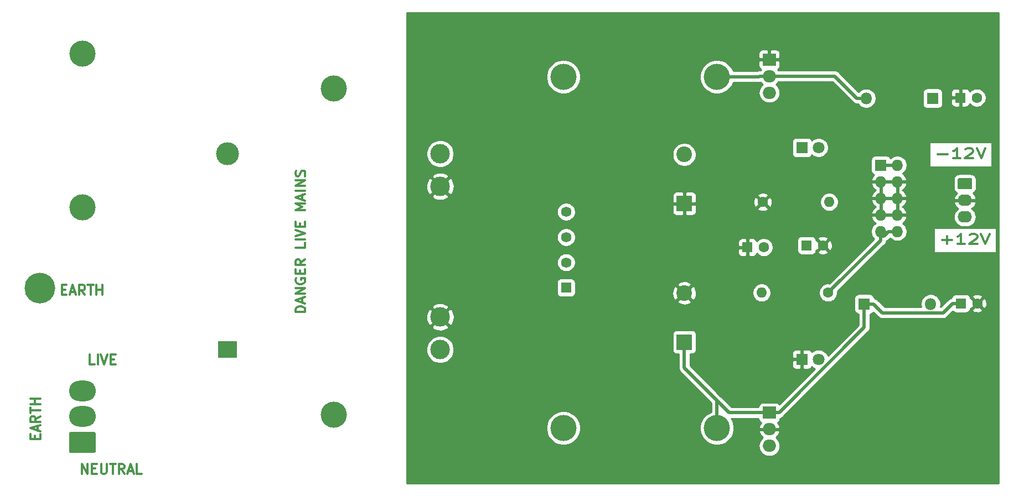
<source format=gbr>
G04 #@! TF.GenerationSoftware,KiCad,Pcbnew,(5.1.5)-3*
G04 #@! TF.CreationDate,2020-10-13T08:43:11+01:00*
G04 #@! TF.ProjectId,KOSMOPSU2,4b4f534d-4f50-4535-9532-2e6b69636164,rev?*
G04 #@! TF.SameCoordinates,Original*
G04 #@! TF.FileFunction,Copper,L1,Top*
G04 #@! TF.FilePolarity,Positive*
%FSLAX46Y46*%
G04 Gerber Fmt 4.6, Leading zero omitted, Abs format (unit mm)*
G04 Created by KiCad (PCBNEW (5.1.5)-3) date 2020-10-13 08:43:11*
%MOMM*%
%LPD*%
G04 APERTURE LIST*
%ADD10C,0.300000*%
%ADD11C,4.000000*%
%ADD12C,1.600000*%
%ADD13R,1.600000X1.600000*%
%ADD14O,1.800000X1.800000*%
%ADD15R,1.800000X1.800000*%
%ADD16O,2.000000X1.905000*%
%ADD17R,2.000000X1.905000*%
%ADD18R,3.000000X2.500000*%
%ADD19C,3.500000*%
%ADD20C,3.000000*%
%ADD21C,2.400000*%
%ADD22R,2.400000X2.400000*%
%ADD23C,1.590000*%
%ADD24R,1.590000X1.590000*%
%ADD25C,1.800000*%
%ADD26C,4.700000*%
%ADD27C,0.100000*%
%ADD28O,4.100000X3.160000*%
%ADD29R,1.727200X1.727200*%
%ADD30O,1.727200X1.727200*%
%ADD31O,2.200000X1.740000*%
%ADD32O,1.600000X1.600000*%
%ADD33C,0.500000*%
%ADD34C,0.254000*%
G04 APERTURE END LIST*
D10*
X71018571Y-96675714D02*
X69518571Y-96675714D01*
X69518571Y-96318571D01*
X69590000Y-96104285D01*
X69732857Y-95961428D01*
X69875714Y-95890000D01*
X70161428Y-95818571D01*
X70375714Y-95818571D01*
X70661428Y-95890000D01*
X70804285Y-95961428D01*
X70947142Y-96104285D01*
X71018571Y-96318571D01*
X71018571Y-96675714D01*
X70590000Y-95247142D02*
X70590000Y-94532857D01*
X71018571Y-95390000D02*
X69518571Y-94890000D01*
X71018571Y-94390000D01*
X71018571Y-93890000D02*
X69518571Y-93890000D01*
X71018571Y-93032857D01*
X69518571Y-93032857D01*
X69590000Y-91532857D02*
X69518571Y-91675714D01*
X69518571Y-91890000D01*
X69590000Y-92104285D01*
X69732857Y-92247142D01*
X69875714Y-92318571D01*
X70161428Y-92390000D01*
X70375714Y-92390000D01*
X70661428Y-92318571D01*
X70804285Y-92247142D01*
X70947142Y-92104285D01*
X71018571Y-91890000D01*
X71018571Y-91747142D01*
X70947142Y-91532857D01*
X70875714Y-91461428D01*
X70375714Y-91461428D01*
X70375714Y-91747142D01*
X70232857Y-90818571D02*
X70232857Y-90318571D01*
X71018571Y-90104285D02*
X71018571Y-90818571D01*
X69518571Y-90818571D01*
X69518571Y-90104285D01*
X71018571Y-88604285D02*
X70304285Y-89104285D01*
X71018571Y-89461428D02*
X69518571Y-89461428D01*
X69518571Y-88890000D01*
X69590000Y-88747142D01*
X69661428Y-88675714D01*
X69804285Y-88604285D01*
X70018571Y-88604285D01*
X70161428Y-88675714D01*
X70232857Y-88747142D01*
X70304285Y-88890000D01*
X70304285Y-89461428D01*
X71018571Y-86104285D02*
X71018571Y-86818571D01*
X69518571Y-86818571D01*
X71018571Y-85604285D02*
X69518571Y-85604285D01*
X69518571Y-85104285D02*
X71018571Y-84604285D01*
X69518571Y-84104285D01*
X70232857Y-83604285D02*
X70232857Y-83104285D01*
X71018571Y-82890000D02*
X71018571Y-83604285D01*
X69518571Y-83604285D01*
X69518571Y-82890000D01*
X71018571Y-81104285D02*
X69518571Y-81104285D01*
X70590000Y-80604285D01*
X69518571Y-80104285D01*
X71018571Y-80104285D01*
X70590000Y-79461428D02*
X70590000Y-78747142D01*
X71018571Y-79604285D02*
X69518571Y-79104285D01*
X71018571Y-78604285D01*
X71018571Y-78104285D02*
X69518571Y-78104285D01*
X71018571Y-77390000D02*
X69518571Y-77390000D01*
X71018571Y-76532857D01*
X69518571Y-76532857D01*
X70947142Y-75890000D02*
X71018571Y-75675714D01*
X71018571Y-75318571D01*
X70947142Y-75175714D01*
X70875714Y-75104285D01*
X70732857Y-75032857D01*
X70590000Y-75032857D01*
X70447142Y-75104285D01*
X70375714Y-75175714D01*
X70304285Y-75318571D01*
X70232857Y-75604285D01*
X70161428Y-75747142D01*
X70090000Y-75818571D01*
X69947142Y-75890000D01*
X69804285Y-75890000D01*
X69661428Y-75818571D01*
X69590000Y-75747142D01*
X69518571Y-75604285D01*
X69518571Y-75247142D01*
X69590000Y-75032857D01*
X33818571Y-93262857D02*
X34318571Y-93262857D01*
X34532857Y-94048571D02*
X33818571Y-94048571D01*
X33818571Y-92548571D01*
X34532857Y-92548571D01*
X35104285Y-93620000D02*
X35818571Y-93620000D01*
X34961428Y-94048571D02*
X35461428Y-92548571D01*
X35961428Y-94048571D01*
X37318571Y-94048571D02*
X36818571Y-93334285D01*
X36461428Y-94048571D02*
X36461428Y-92548571D01*
X37032857Y-92548571D01*
X37175714Y-92620000D01*
X37247142Y-92691428D01*
X37318571Y-92834285D01*
X37318571Y-93048571D01*
X37247142Y-93191428D01*
X37175714Y-93262857D01*
X37032857Y-93334285D01*
X36461428Y-93334285D01*
X37747142Y-92548571D02*
X38604285Y-92548571D01*
X38175714Y-94048571D02*
X38175714Y-92548571D01*
X39104285Y-94048571D02*
X39104285Y-92548571D01*
X39104285Y-93262857D02*
X39961428Y-93262857D01*
X39961428Y-94048571D02*
X39961428Y-92548571D01*
X29692857Y-116121428D02*
X29692857Y-115621428D01*
X30478571Y-115407142D02*
X30478571Y-116121428D01*
X28978571Y-116121428D01*
X28978571Y-115407142D01*
X30050000Y-114835714D02*
X30050000Y-114121428D01*
X30478571Y-114978571D02*
X28978571Y-114478571D01*
X30478571Y-113978571D01*
X30478571Y-112621428D02*
X29764285Y-113121428D01*
X30478571Y-113478571D02*
X28978571Y-113478571D01*
X28978571Y-112907142D01*
X29050000Y-112764285D01*
X29121428Y-112692857D01*
X29264285Y-112621428D01*
X29478571Y-112621428D01*
X29621428Y-112692857D01*
X29692857Y-112764285D01*
X29764285Y-112907142D01*
X29764285Y-113478571D01*
X28978571Y-112192857D02*
X28978571Y-111335714D01*
X30478571Y-111764285D02*
X28978571Y-111764285D01*
X30478571Y-110835714D02*
X28978571Y-110835714D01*
X29692857Y-110835714D02*
X29692857Y-109978571D01*
X30478571Y-109978571D02*
X28978571Y-109978571D01*
X36855714Y-121448571D02*
X36855714Y-119948571D01*
X37712857Y-121448571D01*
X37712857Y-119948571D01*
X38427142Y-120662857D02*
X38927142Y-120662857D01*
X39141428Y-121448571D02*
X38427142Y-121448571D01*
X38427142Y-119948571D01*
X39141428Y-119948571D01*
X39784285Y-119948571D02*
X39784285Y-121162857D01*
X39855714Y-121305714D01*
X39927142Y-121377142D01*
X40070000Y-121448571D01*
X40355714Y-121448571D01*
X40498571Y-121377142D01*
X40570000Y-121305714D01*
X40641428Y-121162857D01*
X40641428Y-119948571D01*
X41141428Y-119948571D02*
X41998571Y-119948571D01*
X41570000Y-121448571D02*
X41570000Y-119948571D01*
X43355714Y-121448571D02*
X42855714Y-120734285D01*
X42498571Y-121448571D02*
X42498571Y-119948571D01*
X43070000Y-119948571D01*
X43212857Y-120020000D01*
X43284285Y-120091428D01*
X43355714Y-120234285D01*
X43355714Y-120448571D01*
X43284285Y-120591428D01*
X43212857Y-120662857D01*
X43070000Y-120734285D01*
X42498571Y-120734285D01*
X43927142Y-121020000D02*
X44641428Y-121020000D01*
X43784285Y-121448571D02*
X44284285Y-119948571D01*
X44784285Y-121448571D01*
X45998571Y-121448571D02*
X45284285Y-121448571D01*
X45284285Y-119948571D01*
X38775714Y-104688571D02*
X38061428Y-104688571D01*
X38061428Y-103188571D01*
X39275714Y-104688571D02*
X39275714Y-103188571D01*
X39775714Y-103188571D02*
X40275714Y-104688571D01*
X40775714Y-103188571D01*
X41275714Y-103902857D02*
X41775714Y-103902857D01*
X41990000Y-104688571D02*
X41275714Y-104688571D01*
X41275714Y-103188571D01*
X41990000Y-103188571D01*
X168396190Y-85647142D02*
X169920000Y-85647142D01*
X169158095Y-86218571D02*
X169158095Y-85075714D01*
X171920000Y-86218571D02*
X170777142Y-86218571D01*
X171348571Y-86218571D02*
X171348571Y-84718571D01*
X171158095Y-84932857D01*
X170967619Y-85075714D01*
X170777142Y-85147142D01*
X172681904Y-84861428D02*
X172777142Y-84790000D01*
X172967619Y-84718571D01*
X173443809Y-84718571D01*
X173634285Y-84790000D01*
X173729523Y-84861428D01*
X173824761Y-85004285D01*
X173824761Y-85147142D01*
X173729523Y-85361428D01*
X172586666Y-86218571D01*
X173824761Y-86218571D01*
X174396190Y-84718571D02*
X175062857Y-86218571D01*
X175729523Y-84718571D01*
X167736190Y-72557142D02*
X169260000Y-72557142D01*
X171260000Y-73128571D02*
X170117142Y-73128571D01*
X170688571Y-73128571D02*
X170688571Y-71628571D01*
X170498095Y-71842857D01*
X170307619Y-71985714D01*
X170117142Y-72057142D01*
X172021904Y-71771428D02*
X172117142Y-71700000D01*
X172307619Y-71628571D01*
X172783809Y-71628571D01*
X172974285Y-71700000D01*
X173069523Y-71771428D01*
X173164761Y-71914285D01*
X173164761Y-72057142D01*
X173069523Y-72271428D01*
X171926666Y-73128571D01*
X173164761Y-73128571D01*
X173736190Y-71628571D02*
X174402857Y-73128571D01*
X175069523Y-71628571D01*
D11*
X36930000Y-80660000D03*
X36930000Y-57160000D03*
X110500000Y-60670000D03*
X134000000Y-60670000D03*
X110500000Y-114460000D03*
X134000000Y-114460000D03*
D12*
X173730000Y-63860000D03*
D13*
X171230000Y-63860000D03*
D12*
X150210000Y-86480000D03*
D13*
X147710000Y-86480000D03*
D12*
X141150000Y-86780000D03*
D13*
X138650000Y-86780000D03*
D12*
X173830000Y-95360000D03*
D13*
X171330000Y-95360000D03*
D14*
X156820000Y-63950000D03*
D15*
X166980000Y-63950000D03*
D14*
X166690000Y-95440000D03*
D15*
X156530000Y-95440000D03*
D16*
X142000000Y-63110000D03*
X142000000Y-60570000D03*
D17*
X142000000Y-58030000D03*
D16*
X142000000Y-117180000D03*
X142000000Y-114640000D03*
D17*
X142000000Y-112100000D03*
D18*
X59160000Y-102440000D03*
D19*
X59160000Y-72440000D03*
D20*
X91660000Y-77440000D03*
X91660000Y-72440000D03*
X91660000Y-102440000D03*
X91660000Y-97440000D03*
D11*
X75410000Y-62440000D03*
X75410000Y-112440000D03*
D21*
X129000000Y-93780000D03*
D22*
X129000000Y-101280000D03*
X129000000Y-80070000D03*
D21*
X129000000Y-72570000D03*
D23*
X110920000Y-81355000D03*
X110920000Y-85220000D03*
X110920000Y-89085000D03*
D24*
X110920000Y-92950000D03*
D25*
X149540000Y-103920000D03*
D15*
X147000000Y-103920000D03*
X147000000Y-71510000D03*
D25*
X149540000Y-71510000D03*
D26*
X30410000Y-93060000D03*
G04 #@! TA.AperFunction,ComponentPad*
D27*
G36*
X38754504Y-115071204D02*
G01*
X38778773Y-115074804D01*
X38802571Y-115080765D01*
X38825671Y-115089030D01*
X38847849Y-115099520D01*
X38868893Y-115112133D01*
X38888598Y-115126747D01*
X38906777Y-115143223D01*
X38923253Y-115161402D01*
X38937867Y-115181107D01*
X38950480Y-115202151D01*
X38960970Y-115224329D01*
X38969235Y-115247429D01*
X38975196Y-115271227D01*
X38978796Y-115295496D01*
X38980000Y-115320000D01*
X38980000Y-117980000D01*
X38978796Y-118004504D01*
X38975196Y-118028773D01*
X38969235Y-118052571D01*
X38960970Y-118075671D01*
X38950480Y-118097849D01*
X38937867Y-118118893D01*
X38923253Y-118138598D01*
X38906777Y-118156777D01*
X38888598Y-118173253D01*
X38868893Y-118187867D01*
X38847849Y-118200480D01*
X38825671Y-118210970D01*
X38802571Y-118219235D01*
X38778773Y-118225196D01*
X38754504Y-118228796D01*
X38730000Y-118230000D01*
X35130000Y-118230000D01*
X35105496Y-118228796D01*
X35081227Y-118225196D01*
X35057429Y-118219235D01*
X35034329Y-118210970D01*
X35012151Y-118200480D01*
X34991107Y-118187867D01*
X34971402Y-118173253D01*
X34953223Y-118156777D01*
X34936747Y-118138598D01*
X34922133Y-118118893D01*
X34909520Y-118097849D01*
X34899030Y-118075671D01*
X34890765Y-118052571D01*
X34884804Y-118028773D01*
X34881204Y-118004504D01*
X34880000Y-117980000D01*
X34880000Y-115320000D01*
X34881204Y-115295496D01*
X34884804Y-115271227D01*
X34890765Y-115247429D01*
X34899030Y-115224329D01*
X34909520Y-115202151D01*
X34922133Y-115181107D01*
X34936747Y-115161402D01*
X34953223Y-115143223D01*
X34971402Y-115126747D01*
X34991107Y-115112133D01*
X35012151Y-115099520D01*
X35034329Y-115089030D01*
X35057429Y-115080765D01*
X35081227Y-115074804D01*
X35105496Y-115071204D01*
X35130000Y-115070000D01*
X38730000Y-115070000D01*
X38754504Y-115071204D01*
G37*
G04 #@! TD.AperFunction*
D28*
X36930000Y-112690000D03*
X36930000Y-108730000D03*
D29*
X159050000Y-74200000D03*
D30*
X161590000Y-74200000D03*
X159050000Y-76740000D03*
X161590000Y-76740000D03*
X159050000Y-79280000D03*
X161590000Y-79280000D03*
X159050000Y-81820000D03*
X161590000Y-81820000D03*
X159050000Y-84360000D03*
X161590000Y-84360000D03*
G04 #@! TA.AperFunction,ComponentPad*
D27*
G36*
X172794505Y-76161204D02*
G01*
X172818773Y-76164804D01*
X172842572Y-76170765D01*
X172865671Y-76179030D01*
X172887850Y-76189520D01*
X172908893Y-76202132D01*
X172928599Y-76216747D01*
X172946777Y-76233223D01*
X172963253Y-76251401D01*
X172977868Y-76271107D01*
X172990480Y-76292150D01*
X173000970Y-76314329D01*
X173009235Y-76337428D01*
X173015196Y-76361227D01*
X173018796Y-76385495D01*
X173020000Y-76409999D01*
X173020000Y-77650001D01*
X173018796Y-77674505D01*
X173015196Y-77698773D01*
X173009235Y-77722572D01*
X173000970Y-77745671D01*
X172990480Y-77767850D01*
X172977868Y-77788893D01*
X172963253Y-77808599D01*
X172946777Y-77826777D01*
X172928599Y-77843253D01*
X172908893Y-77857868D01*
X172887850Y-77870480D01*
X172865671Y-77880970D01*
X172842572Y-77889235D01*
X172818773Y-77895196D01*
X172794505Y-77898796D01*
X172770001Y-77900000D01*
X171069999Y-77900000D01*
X171045495Y-77898796D01*
X171021227Y-77895196D01*
X170997428Y-77889235D01*
X170974329Y-77880970D01*
X170952150Y-77870480D01*
X170931107Y-77857868D01*
X170911401Y-77843253D01*
X170893223Y-77826777D01*
X170876747Y-77808599D01*
X170862132Y-77788893D01*
X170849520Y-77767850D01*
X170839030Y-77745671D01*
X170830765Y-77722572D01*
X170824804Y-77698773D01*
X170821204Y-77674505D01*
X170820000Y-77650001D01*
X170820000Y-76409999D01*
X170821204Y-76385495D01*
X170824804Y-76361227D01*
X170830765Y-76337428D01*
X170839030Y-76314329D01*
X170849520Y-76292150D01*
X170862132Y-76271107D01*
X170876747Y-76251401D01*
X170893223Y-76233223D01*
X170911401Y-76216747D01*
X170931107Y-76202132D01*
X170952150Y-76189520D01*
X170974329Y-76179030D01*
X170997428Y-76170765D01*
X171021227Y-76164804D01*
X171045495Y-76161204D01*
X171069999Y-76160000D01*
X172770001Y-76160000D01*
X172794505Y-76161204D01*
G37*
G04 #@! TD.AperFunction*
D31*
X171920000Y-79570000D03*
X171920000Y-82110000D03*
D32*
X140840000Y-93730000D03*
D12*
X151000000Y-93730000D03*
X141000000Y-79840000D03*
D32*
X151160000Y-79840000D03*
D33*
X134000000Y-110240000D02*
X134000000Y-114460000D01*
X134000000Y-110240000D02*
X135860000Y-112100000D01*
X135860000Y-112100000D02*
X142000000Y-112100000D01*
X129000000Y-101280000D02*
X129000000Y-105240000D01*
X129000000Y-105240000D02*
X134000000Y-110240000D01*
X156530000Y-95440000D02*
X157930000Y-95440000D01*
X157930000Y-95440000D02*
X159314000Y-96824200D01*
X159314000Y-96824200D02*
X168566000Y-96824200D01*
X168566000Y-96824200D02*
X170030000Y-95360000D01*
X170030000Y-95360000D02*
X171330000Y-95360000D01*
X142000000Y-112100000D02*
X143500000Y-112100000D01*
X143500000Y-112100000D02*
X156530000Y-99070000D01*
X156530000Y-99070000D02*
X156530000Y-95440000D01*
X133500000Y-60670000D02*
X134000000Y-60670000D01*
X142000000Y-60570000D02*
X152040000Y-60570000D01*
X152040000Y-60570000D02*
X155420000Y-63950000D01*
X155420000Y-63950000D02*
X156820000Y-63950000D01*
X142000000Y-60570000D02*
X140500000Y-60570000D01*
X140500000Y-60570000D02*
X140400000Y-60670000D01*
X140400000Y-60670000D02*
X134000000Y-60670000D01*
X161590000Y-74200000D02*
X159050000Y-74200000D01*
X151000000Y-93730000D02*
X159006000Y-85723600D01*
X159006000Y-85723600D02*
X159050000Y-85723600D01*
X159050000Y-85723600D02*
X159050000Y-85041800D01*
X159050000Y-84360000D02*
X159050000Y-85041800D01*
X159050000Y-85041800D02*
X159545000Y-85041800D01*
X159545000Y-85041800D02*
X160226000Y-84360000D01*
X160226000Y-84360000D02*
X161590000Y-84360000D01*
D34*
G36*
X177083000Y-122920000D02*
G01*
X86537000Y-122920000D01*
X86537000Y-117180000D01*
X140357319Y-117180000D01*
X140387970Y-117491204D01*
X140478745Y-117790449D01*
X140626155Y-118066235D01*
X140824537Y-118307963D01*
X141066265Y-118506345D01*
X141342051Y-118653755D01*
X141641296Y-118744530D01*
X141874514Y-118767500D01*
X142125486Y-118767500D01*
X142358704Y-118744530D01*
X142657949Y-118653755D01*
X142933735Y-118506345D01*
X143175463Y-118307963D01*
X143373845Y-118066235D01*
X143521255Y-117790449D01*
X143612030Y-117491204D01*
X143642681Y-117180000D01*
X143612030Y-116868796D01*
X143521255Y-116569551D01*
X143373845Y-116293765D01*
X143175463Y-116052037D01*
X142996101Y-115904837D01*
X143181315Y-115749437D01*
X143375969Y-115506923D01*
X143519571Y-115231094D01*
X143590563Y-115012980D01*
X143470594Y-114767000D01*
X142127000Y-114767000D01*
X142127000Y-114787000D01*
X141873000Y-114787000D01*
X141873000Y-114767000D01*
X140529406Y-114767000D01*
X140409437Y-115012980D01*
X140480429Y-115231094D01*
X140624031Y-115506923D01*
X140818685Y-115749437D01*
X141003899Y-115904837D01*
X140824537Y-116052037D01*
X140626155Y-116293765D01*
X140478745Y-116569551D01*
X140387970Y-116868796D01*
X140357319Y-117180000D01*
X86537000Y-117180000D01*
X86537000Y-114200475D01*
X107865000Y-114200475D01*
X107865000Y-114719525D01*
X107966261Y-115228601D01*
X108164893Y-115708141D01*
X108453262Y-116139715D01*
X108820285Y-116506738D01*
X109251859Y-116795107D01*
X109731399Y-116993739D01*
X110240475Y-117095000D01*
X110759525Y-117095000D01*
X111268601Y-116993739D01*
X111748141Y-116795107D01*
X112179715Y-116506738D01*
X112546738Y-116139715D01*
X112835107Y-115708141D01*
X113033739Y-115228601D01*
X113135000Y-114719525D01*
X113135000Y-114200475D01*
X113033739Y-113691399D01*
X112835107Y-113211859D01*
X112546738Y-112780285D01*
X112179715Y-112413262D01*
X111748141Y-112124893D01*
X111268601Y-111926261D01*
X110759525Y-111825000D01*
X110240475Y-111825000D01*
X109731399Y-111926261D01*
X109251859Y-112124893D01*
X108820285Y-112413262D01*
X108453262Y-112780285D01*
X108164893Y-113211859D01*
X107966261Y-113691399D01*
X107865000Y-114200475D01*
X86537000Y-114200475D01*
X86537000Y-102229721D01*
X89525000Y-102229721D01*
X89525000Y-102650279D01*
X89607047Y-103062756D01*
X89767988Y-103451302D01*
X90001637Y-103800983D01*
X90299017Y-104098363D01*
X90648698Y-104332012D01*
X91037244Y-104492953D01*
X91449721Y-104575000D01*
X91870279Y-104575000D01*
X92282756Y-104492953D01*
X92671302Y-104332012D01*
X93020983Y-104098363D01*
X93318363Y-103800983D01*
X93552012Y-103451302D01*
X93712953Y-103062756D01*
X93795000Y-102650279D01*
X93795000Y-102229721D01*
X93712953Y-101817244D01*
X93552012Y-101428698D01*
X93318363Y-101079017D01*
X93020983Y-100781637D01*
X92671302Y-100547988D01*
X92282756Y-100387047D01*
X91870279Y-100305000D01*
X91449721Y-100305000D01*
X91037244Y-100387047D01*
X90648698Y-100547988D01*
X90299017Y-100781637D01*
X90001637Y-101079017D01*
X89767988Y-101428698D01*
X89607047Y-101817244D01*
X89525000Y-102229721D01*
X86537000Y-102229721D01*
X86537000Y-100080000D01*
X127161928Y-100080000D01*
X127161928Y-102480000D01*
X127174188Y-102604482D01*
X127210498Y-102724180D01*
X127269463Y-102834494D01*
X127348815Y-102931185D01*
X127445506Y-103010537D01*
X127555820Y-103069502D01*
X127675518Y-103105812D01*
X127800000Y-103118072D01*
X128115000Y-103118072D01*
X128115001Y-105196521D01*
X128110719Y-105240000D01*
X128127805Y-105413490D01*
X128178412Y-105580313D01*
X128260590Y-105734059D01*
X128343468Y-105835046D01*
X128343471Y-105835049D01*
X128371184Y-105868817D01*
X128404952Y-105896530D01*
X133115000Y-110606579D01*
X133115000Y-111974475D01*
X132751859Y-112124893D01*
X132320285Y-112413262D01*
X131953262Y-112780285D01*
X131664893Y-113211859D01*
X131466261Y-113691399D01*
X131365000Y-114200475D01*
X131365000Y-114719525D01*
X131466261Y-115228601D01*
X131664893Y-115708141D01*
X131953262Y-116139715D01*
X132320285Y-116506738D01*
X132751859Y-116795107D01*
X133231399Y-116993739D01*
X133740475Y-117095000D01*
X134259525Y-117095000D01*
X134768601Y-116993739D01*
X135248141Y-116795107D01*
X135679715Y-116506738D01*
X136046738Y-116139715D01*
X136335107Y-115708141D01*
X136533739Y-115228601D01*
X136635000Y-114719525D01*
X136635000Y-114200475D01*
X136533739Y-113691399D01*
X136335107Y-113211859D01*
X136183524Y-112985000D01*
X140361928Y-112985000D01*
X140361928Y-113052500D01*
X140374188Y-113176982D01*
X140410498Y-113296680D01*
X140469463Y-113406994D01*
X140548815Y-113503685D01*
X140645506Y-113583037D01*
X140737219Y-113632059D01*
X140624031Y-113773077D01*
X140480429Y-114048906D01*
X140409437Y-114267020D01*
X140529406Y-114513000D01*
X141873000Y-114513000D01*
X141873000Y-114493000D01*
X142127000Y-114493000D01*
X142127000Y-114513000D01*
X143470594Y-114513000D01*
X143590563Y-114267020D01*
X143519571Y-114048906D01*
X143375969Y-113773077D01*
X143262781Y-113632059D01*
X143354494Y-113583037D01*
X143451185Y-113503685D01*
X143530537Y-113406994D01*
X143589502Y-113296680D01*
X143625812Y-113176982D01*
X143638072Y-113052500D01*
X143638072Y-112975683D01*
X143673490Y-112972195D01*
X143840313Y-112921589D01*
X143994059Y-112839411D01*
X144128817Y-112728817D01*
X144156534Y-112695044D01*
X157125051Y-99726528D01*
X157158817Y-99698817D01*
X157252306Y-99584902D01*
X157269411Y-99564059D01*
X157284765Y-99535334D01*
X157351589Y-99410313D01*
X157402195Y-99243490D01*
X157415000Y-99113477D01*
X157415000Y-99113469D01*
X157419281Y-99070000D01*
X157415000Y-99026531D01*
X157415000Y-96978072D01*
X157430000Y-96978072D01*
X157554482Y-96965812D01*
X157674180Y-96929502D01*
X157784494Y-96870537D01*
X157881185Y-96791185D01*
X157948044Y-96709716D01*
X158657452Y-97419228D01*
X158685183Y-97453017D01*
X158746787Y-97503574D01*
X158819887Y-97563575D01*
X158819916Y-97563591D01*
X158819941Y-97563611D01*
X158897116Y-97604862D01*
X158973627Y-97645764D01*
X158973658Y-97645773D01*
X158973687Y-97645789D01*
X159059463Y-97671809D01*
X159140446Y-97696382D01*
X159140477Y-97696385D01*
X159140510Y-97696395D01*
X159236923Y-97705891D01*
X159313935Y-97713481D01*
X159357435Y-97709200D01*
X168522563Y-97709200D01*
X168566060Y-97713481D01*
X168642310Y-97705966D01*
X168739490Y-97696395D01*
X168739520Y-97696386D01*
X168739549Y-97696383D01*
X168815758Y-97673259D01*
X168906313Y-97645789D01*
X168906343Y-97645773D01*
X168906369Y-97645765D01*
X168975425Y-97608848D01*
X169060059Y-97563611D01*
X169060084Y-97563590D01*
X169060109Y-97563577D01*
X169121935Y-97512830D01*
X169194817Y-97453017D01*
X169222554Y-97419219D01*
X170057026Y-96584634D01*
X170078815Y-96611185D01*
X170175506Y-96690537D01*
X170285820Y-96749502D01*
X170405518Y-96785812D01*
X170530000Y-96798072D01*
X172130000Y-96798072D01*
X172254482Y-96785812D01*
X172374180Y-96749502D01*
X172484494Y-96690537D01*
X172581185Y-96611185D01*
X172660537Y-96514494D01*
X172719502Y-96404180D01*
X172735117Y-96352702D01*
X173016903Y-96352702D01*
X173088486Y-96596671D01*
X173343996Y-96717571D01*
X173618184Y-96786300D01*
X173900512Y-96800217D01*
X174180130Y-96758787D01*
X174446292Y-96663603D01*
X174571514Y-96596671D01*
X174643097Y-96352702D01*
X173830000Y-95539605D01*
X173016903Y-96352702D01*
X172735117Y-96352702D01*
X172755812Y-96284482D01*
X172768072Y-96160000D01*
X172768072Y-96152785D01*
X172837298Y-96173097D01*
X173650395Y-95360000D01*
X174009605Y-95360000D01*
X174822702Y-96173097D01*
X175066671Y-96101514D01*
X175187571Y-95846004D01*
X175256300Y-95571816D01*
X175270217Y-95289488D01*
X175228787Y-95009870D01*
X175133603Y-94743708D01*
X175066671Y-94618486D01*
X174822702Y-94546903D01*
X174009605Y-95360000D01*
X173650395Y-95360000D01*
X172837298Y-94546903D01*
X172768072Y-94567215D01*
X172768072Y-94560000D01*
X172755812Y-94435518D01*
X172735118Y-94367298D01*
X173016903Y-94367298D01*
X173830000Y-95180395D01*
X174643097Y-94367298D01*
X174571514Y-94123329D01*
X174316004Y-94002429D01*
X174041816Y-93933700D01*
X173759488Y-93919783D01*
X173479870Y-93961213D01*
X173213708Y-94056397D01*
X173088486Y-94123329D01*
X173016903Y-94367298D01*
X172735118Y-94367298D01*
X172719502Y-94315820D01*
X172660537Y-94205506D01*
X172581185Y-94108815D01*
X172484494Y-94029463D01*
X172374180Y-93970498D01*
X172254482Y-93934188D01*
X172130000Y-93921928D01*
X170530000Y-93921928D01*
X170405518Y-93934188D01*
X170285820Y-93970498D01*
X170175506Y-94029463D01*
X170078815Y-94108815D01*
X169999463Y-94205506D01*
X169940498Y-94315820D01*
X169904188Y-94435518D01*
X169899455Y-94483575D01*
X169856510Y-94487805D01*
X169856480Y-94487814D01*
X169856450Y-94487817D01*
X169776321Y-94512130D01*
X169689687Y-94538411D01*
X169689658Y-94538427D01*
X169689630Y-94538435D01*
X169614352Y-94578678D01*
X169535941Y-94620589D01*
X169535917Y-94620608D01*
X169535890Y-94620623D01*
X169466851Y-94677290D01*
X169401183Y-94731183D01*
X169373450Y-94764975D01*
X168199386Y-95939200D01*
X168144697Y-95939200D01*
X168166011Y-95887743D01*
X168225000Y-95591184D01*
X168225000Y-95288816D01*
X168166011Y-94992257D01*
X168050299Y-94712905D01*
X167882312Y-94461495D01*
X167668505Y-94247688D01*
X167417095Y-94079701D01*
X167137743Y-93963989D01*
X166841184Y-93905000D01*
X166538816Y-93905000D01*
X166242257Y-93963989D01*
X165962905Y-94079701D01*
X165711495Y-94247688D01*
X165497688Y-94461495D01*
X165329701Y-94712905D01*
X165213989Y-94992257D01*
X165155000Y-95288816D01*
X165155000Y-95591184D01*
X165213989Y-95887743D01*
X165235303Y-95939200D01*
X159680617Y-95939200D01*
X158586552Y-94844978D01*
X158558817Y-94811183D01*
X158489999Y-94754705D01*
X158424112Y-94700625D01*
X158424086Y-94700611D01*
X158424059Y-94700589D01*
X158341098Y-94656246D01*
X158270372Y-94618436D01*
X158270344Y-94618427D01*
X158270313Y-94618411D01*
X158180706Y-94591229D01*
X158103553Y-94567818D01*
X158103523Y-94567815D01*
X158103490Y-94567805D01*
X158068072Y-94564317D01*
X158068072Y-94540000D01*
X158055812Y-94415518D01*
X158019502Y-94295820D01*
X157960537Y-94185506D01*
X157881185Y-94088815D01*
X157784494Y-94009463D01*
X157674180Y-93950498D01*
X157554482Y-93914188D01*
X157430000Y-93901928D01*
X155630000Y-93901928D01*
X155505518Y-93914188D01*
X155385820Y-93950498D01*
X155275506Y-94009463D01*
X155178815Y-94088815D01*
X155099463Y-94185506D01*
X155040498Y-94295820D01*
X155004188Y-94415518D01*
X154991928Y-94540000D01*
X154991928Y-96340000D01*
X155004188Y-96464482D01*
X155040498Y-96584180D01*
X155099463Y-96694494D01*
X155178815Y-96791185D01*
X155275506Y-96870537D01*
X155385820Y-96929502D01*
X155505518Y-96965812D01*
X155630000Y-96978072D01*
X155645001Y-96978072D01*
X155645000Y-98703421D01*
X150975051Y-103373371D01*
X150900299Y-103192905D01*
X150732312Y-102941495D01*
X150518505Y-102727688D01*
X150267095Y-102559701D01*
X149987743Y-102443989D01*
X149691184Y-102385000D01*
X149388816Y-102385000D01*
X149092257Y-102443989D01*
X148812905Y-102559701D01*
X148561495Y-102727688D01*
X148495056Y-102794127D01*
X148489502Y-102775820D01*
X148430537Y-102665506D01*
X148351185Y-102568815D01*
X148254494Y-102489463D01*
X148144180Y-102430498D01*
X148024482Y-102394188D01*
X147900000Y-102381928D01*
X147285750Y-102385000D01*
X147127000Y-102543750D01*
X147127000Y-103793000D01*
X147147000Y-103793000D01*
X147147000Y-104047000D01*
X147127000Y-104047000D01*
X147127000Y-105296250D01*
X147285750Y-105455000D01*
X147900000Y-105458072D01*
X148024482Y-105445812D01*
X148144180Y-105409502D01*
X148254494Y-105350537D01*
X148351185Y-105271185D01*
X148430537Y-105174494D01*
X148489502Y-105064180D01*
X148495056Y-105045873D01*
X148561495Y-105112312D01*
X148812905Y-105280299D01*
X148993371Y-105355051D01*
X143539203Y-110809219D01*
X143530537Y-110793006D01*
X143451185Y-110696315D01*
X143354494Y-110616963D01*
X143244180Y-110557998D01*
X143124482Y-110521688D01*
X143000000Y-110509428D01*
X141000000Y-110509428D01*
X140875518Y-110521688D01*
X140755820Y-110557998D01*
X140645506Y-110616963D01*
X140548815Y-110696315D01*
X140469463Y-110793006D01*
X140410498Y-110903320D01*
X140374188Y-111023018D01*
X140361928Y-111147500D01*
X140361928Y-111215000D01*
X136226579Y-111215000D01*
X134656534Y-109644956D01*
X134628817Y-109611183D01*
X134595051Y-109583472D01*
X129885000Y-104873422D01*
X129885000Y-104820000D01*
X145461928Y-104820000D01*
X145474188Y-104944482D01*
X145510498Y-105064180D01*
X145569463Y-105174494D01*
X145648815Y-105271185D01*
X145745506Y-105350537D01*
X145855820Y-105409502D01*
X145975518Y-105445812D01*
X146100000Y-105458072D01*
X146714250Y-105455000D01*
X146873000Y-105296250D01*
X146873000Y-104047000D01*
X145623750Y-104047000D01*
X145465000Y-104205750D01*
X145461928Y-104820000D01*
X129885000Y-104820000D01*
X129885000Y-103118072D01*
X130200000Y-103118072D01*
X130324482Y-103105812D01*
X130444180Y-103069502D01*
X130536790Y-103020000D01*
X145461928Y-103020000D01*
X145465000Y-103634250D01*
X145623750Y-103793000D01*
X146873000Y-103793000D01*
X146873000Y-102543750D01*
X146714250Y-102385000D01*
X146100000Y-102381928D01*
X145975518Y-102394188D01*
X145855820Y-102430498D01*
X145745506Y-102489463D01*
X145648815Y-102568815D01*
X145569463Y-102665506D01*
X145510498Y-102775820D01*
X145474188Y-102895518D01*
X145461928Y-103020000D01*
X130536790Y-103020000D01*
X130554494Y-103010537D01*
X130651185Y-102931185D01*
X130730537Y-102834494D01*
X130789502Y-102724180D01*
X130825812Y-102604482D01*
X130838072Y-102480000D01*
X130838072Y-100080000D01*
X130825812Y-99955518D01*
X130789502Y-99835820D01*
X130730537Y-99725506D01*
X130651185Y-99628815D01*
X130554494Y-99549463D01*
X130444180Y-99490498D01*
X130324482Y-99454188D01*
X130200000Y-99441928D01*
X127800000Y-99441928D01*
X127675518Y-99454188D01*
X127555820Y-99490498D01*
X127445506Y-99549463D01*
X127348815Y-99628815D01*
X127269463Y-99725506D01*
X127210498Y-99835820D01*
X127174188Y-99955518D01*
X127161928Y-100080000D01*
X86537000Y-100080000D01*
X86537000Y-98931653D01*
X90347952Y-98931653D01*
X90503962Y-99247214D01*
X90878745Y-99438020D01*
X91283551Y-99552044D01*
X91702824Y-99584902D01*
X92120451Y-99535334D01*
X92520383Y-99405243D01*
X92816038Y-99247214D01*
X92972048Y-98931653D01*
X91660000Y-97619605D01*
X90347952Y-98931653D01*
X86537000Y-98931653D01*
X86537000Y-97482824D01*
X89515098Y-97482824D01*
X89564666Y-97900451D01*
X89694757Y-98300383D01*
X89852786Y-98596038D01*
X90168347Y-98752048D01*
X91480395Y-97440000D01*
X91839605Y-97440000D01*
X93151653Y-98752048D01*
X93467214Y-98596038D01*
X93658020Y-98221255D01*
X93772044Y-97816449D01*
X93804902Y-97397176D01*
X93755334Y-96979549D01*
X93625243Y-96579617D01*
X93467214Y-96283962D01*
X93151653Y-96127952D01*
X91839605Y-97440000D01*
X91480395Y-97440000D01*
X90168347Y-96127952D01*
X89852786Y-96283962D01*
X89661980Y-96658745D01*
X89547956Y-97063551D01*
X89515098Y-97482824D01*
X86537000Y-97482824D01*
X86537000Y-95948347D01*
X90347952Y-95948347D01*
X91660000Y-97260395D01*
X92972048Y-95948347D01*
X92816038Y-95632786D01*
X92441255Y-95441980D01*
X92036449Y-95327956D01*
X91617176Y-95295098D01*
X91199549Y-95344666D01*
X90799617Y-95474757D01*
X90503962Y-95632786D01*
X90347952Y-95948347D01*
X86537000Y-95948347D01*
X86537000Y-95057980D01*
X127901626Y-95057980D01*
X128021514Y-95342836D01*
X128345210Y-95503699D01*
X128694069Y-95598322D01*
X129054684Y-95623067D01*
X129413198Y-95576985D01*
X129755833Y-95461846D01*
X129978486Y-95342836D01*
X130098374Y-95057980D01*
X129000000Y-93959605D01*
X127901626Y-95057980D01*
X86537000Y-95057980D01*
X86537000Y-92155000D01*
X109486928Y-92155000D01*
X109486928Y-93745000D01*
X109499188Y-93869482D01*
X109535498Y-93989180D01*
X109594463Y-94099494D01*
X109673815Y-94196185D01*
X109770506Y-94275537D01*
X109880820Y-94334502D01*
X110000518Y-94370812D01*
X110125000Y-94383072D01*
X111715000Y-94383072D01*
X111839482Y-94370812D01*
X111959180Y-94334502D01*
X112069494Y-94275537D01*
X112166185Y-94196185D01*
X112245537Y-94099494D01*
X112304502Y-93989180D01*
X112340812Y-93869482D01*
X112344239Y-93834684D01*
X127156933Y-93834684D01*
X127203015Y-94193198D01*
X127318154Y-94535833D01*
X127437164Y-94758486D01*
X127722020Y-94878374D01*
X128820395Y-93780000D01*
X129179605Y-93780000D01*
X130277980Y-94878374D01*
X130562836Y-94758486D01*
X130723699Y-94434790D01*
X130818322Y-94085931D01*
X130843067Y-93725316D01*
X130825503Y-93588665D01*
X139405000Y-93588665D01*
X139405000Y-93871335D01*
X139460147Y-94148574D01*
X139568320Y-94409727D01*
X139725363Y-94644759D01*
X139925241Y-94844637D01*
X140160273Y-95001680D01*
X140421426Y-95109853D01*
X140698665Y-95165000D01*
X140981335Y-95165000D01*
X141258574Y-95109853D01*
X141519727Y-95001680D01*
X141754759Y-94844637D01*
X141954637Y-94644759D01*
X142111680Y-94409727D01*
X142219853Y-94148574D01*
X142275000Y-93871335D01*
X142275000Y-93588665D01*
X149565000Y-93588665D01*
X149565000Y-93871335D01*
X149620147Y-94148574D01*
X149728320Y-94409727D01*
X149885363Y-94644759D01*
X150085241Y-94844637D01*
X150320273Y-95001680D01*
X150581426Y-95109853D01*
X150858665Y-95165000D01*
X151141335Y-95165000D01*
X151418574Y-95109853D01*
X151679727Y-95001680D01*
X151914759Y-94844637D01*
X152114637Y-94644759D01*
X152271680Y-94409727D01*
X152379853Y-94148574D01*
X152435000Y-93871335D01*
X152435000Y-93588665D01*
X152428011Y-93553528D01*
X159488453Y-86492733D01*
X159544059Y-86463011D01*
X159678817Y-86352417D01*
X159789411Y-86217659D01*
X159871589Y-86063913D01*
X159922195Y-85897090D01*
X159927746Y-85840734D01*
X159961054Y-85822905D01*
X160039059Y-85781211D01*
X160039265Y-85781042D01*
X160039493Y-85780920D01*
X160105547Y-85726646D01*
X160173817Y-85670617D01*
X160201703Y-85636639D01*
X160474340Y-85363681D01*
X160634698Y-85524039D01*
X160880147Y-85688042D01*
X161152875Y-85801010D01*
X161442401Y-85858600D01*
X161737599Y-85858600D01*
X162027125Y-85801010D01*
X162299853Y-85688042D01*
X162545302Y-85524039D01*
X162754039Y-85315302D01*
X162918042Y-85069853D01*
X163031010Y-84797125D01*
X163088600Y-84507599D01*
X163088600Y-84212401D01*
X163031010Y-83922875D01*
X162959403Y-83750000D01*
X167135000Y-83750000D01*
X167135000Y-87570000D01*
X176705000Y-87570000D01*
X176705000Y-83750000D01*
X167135000Y-83750000D01*
X162959403Y-83750000D01*
X162918042Y-83650147D01*
X162754039Y-83404698D01*
X162545302Y-83195961D01*
X162379897Y-83085441D01*
X162478488Y-83026817D01*
X162696854Y-82830293D01*
X162872684Y-82594944D01*
X162999222Y-82329814D01*
X163044958Y-82179026D01*
X163008920Y-82110000D01*
X170177718Y-82110000D01*
X170206776Y-82405032D01*
X170292834Y-82688725D01*
X170432583Y-82950179D01*
X170620655Y-83179345D01*
X170849821Y-83367417D01*
X171111275Y-83507166D01*
X171394968Y-83593224D01*
X171616064Y-83615000D01*
X172223936Y-83615000D01*
X172445032Y-83593224D01*
X172728725Y-83507166D01*
X172990179Y-83367417D01*
X173219345Y-83179345D01*
X173407417Y-82950179D01*
X173547166Y-82688725D01*
X173633224Y-82405032D01*
X173662282Y-82110000D01*
X173633224Y-81814968D01*
X173547166Y-81531275D01*
X173407417Y-81269821D01*
X173219345Y-81040655D01*
X172990179Y-80852583D01*
X172962331Y-80837698D01*
X173098903Y-80748256D01*
X173310536Y-80540494D01*
X173477571Y-80295437D01*
X173593588Y-80022502D01*
X173611302Y-79930031D01*
X173490246Y-79697000D01*
X172047000Y-79697000D01*
X172047000Y-79717000D01*
X171793000Y-79717000D01*
X171793000Y-79697000D01*
X170349754Y-79697000D01*
X170228698Y-79930031D01*
X170246412Y-80022502D01*
X170362429Y-80295437D01*
X170529464Y-80540494D01*
X170741097Y-80748256D01*
X170877669Y-80837698D01*
X170849821Y-80852583D01*
X170620655Y-81040655D01*
X170432583Y-81269821D01*
X170292834Y-81531275D01*
X170206776Y-81814968D01*
X170177718Y-82110000D01*
X163008920Y-82110000D01*
X162923817Y-81947000D01*
X161717000Y-81947000D01*
X161717000Y-81967000D01*
X161463000Y-81967000D01*
X161463000Y-81947000D01*
X159177000Y-81947000D01*
X159177000Y-81967000D01*
X158923000Y-81967000D01*
X158923000Y-81947000D01*
X157716183Y-81947000D01*
X157595042Y-82179026D01*
X157640778Y-82329814D01*
X157767316Y-82594944D01*
X157943146Y-82830293D01*
X158161512Y-83026817D01*
X158260103Y-83085441D01*
X158094698Y-83195961D01*
X157885961Y-83404698D01*
X157721958Y-83650147D01*
X157608990Y-83922875D01*
X157551400Y-84212401D01*
X157551400Y-84507599D01*
X157608990Y-84797125D01*
X157721958Y-85069853D01*
X157885961Y-85315302D01*
X158024349Y-85453690D01*
X151176405Y-92301976D01*
X151141335Y-92295000D01*
X150858665Y-92295000D01*
X150581426Y-92350147D01*
X150320273Y-92458320D01*
X150085241Y-92615363D01*
X149885363Y-92815241D01*
X149728320Y-93050273D01*
X149620147Y-93311426D01*
X149565000Y-93588665D01*
X142275000Y-93588665D01*
X142219853Y-93311426D01*
X142111680Y-93050273D01*
X141954637Y-92815241D01*
X141754759Y-92615363D01*
X141519727Y-92458320D01*
X141258574Y-92350147D01*
X140981335Y-92295000D01*
X140698665Y-92295000D01*
X140421426Y-92350147D01*
X140160273Y-92458320D01*
X139925241Y-92615363D01*
X139725363Y-92815241D01*
X139568320Y-93050273D01*
X139460147Y-93311426D01*
X139405000Y-93588665D01*
X130825503Y-93588665D01*
X130796985Y-93366802D01*
X130681846Y-93024167D01*
X130562836Y-92801514D01*
X130277980Y-92681626D01*
X129179605Y-93780000D01*
X128820395Y-93780000D01*
X127722020Y-92681626D01*
X127437164Y-92801514D01*
X127276301Y-93125210D01*
X127181678Y-93474069D01*
X127156933Y-93834684D01*
X112344239Y-93834684D01*
X112353072Y-93745000D01*
X112353072Y-92502020D01*
X127901626Y-92502020D01*
X129000000Y-93600395D01*
X130098374Y-92502020D01*
X129978486Y-92217164D01*
X129654790Y-92056301D01*
X129305931Y-91961678D01*
X128945316Y-91936933D01*
X128586802Y-91983015D01*
X128244167Y-92098154D01*
X128021514Y-92217164D01*
X127901626Y-92502020D01*
X112353072Y-92502020D01*
X112353072Y-92155000D01*
X112340812Y-92030518D01*
X112304502Y-91910820D01*
X112245537Y-91800506D01*
X112166185Y-91703815D01*
X112069494Y-91624463D01*
X111959180Y-91565498D01*
X111839482Y-91529188D01*
X111715000Y-91516928D01*
X110125000Y-91516928D01*
X110000518Y-91529188D01*
X109880820Y-91565498D01*
X109770506Y-91624463D01*
X109673815Y-91703815D01*
X109594463Y-91800506D01*
X109535498Y-91910820D01*
X109499188Y-92030518D01*
X109486928Y-92155000D01*
X86537000Y-92155000D01*
X86537000Y-88944157D01*
X109490000Y-88944157D01*
X109490000Y-89225843D01*
X109544954Y-89502116D01*
X109652751Y-89762359D01*
X109809247Y-89996572D01*
X110008428Y-90195753D01*
X110242641Y-90352249D01*
X110502884Y-90460046D01*
X110779157Y-90515000D01*
X111060843Y-90515000D01*
X111337116Y-90460046D01*
X111597359Y-90352249D01*
X111831572Y-90195753D01*
X112030753Y-89996572D01*
X112187249Y-89762359D01*
X112295046Y-89502116D01*
X112350000Y-89225843D01*
X112350000Y-88944157D01*
X112295046Y-88667884D01*
X112187249Y-88407641D01*
X112030753Y-88173428D01*
X111831572Y-87974247D01*
X111597359Y-87817751D01*
X111337116Y-87709954D01*
X111060843Y-87655000D01*
X110779157Y-87655000D01*
X110502884Y-87709954D01*
X110242641Y-87817751D01*
X110008428Y-87974247D01*
X109809247Y-88173428D01*
X109652751Y-88407641D01*
X109544954Y-88667884D01*
X109490000Y-88944157D01*
X86537000Y-88944157D01*
X86537000Y-87580000D01*
X137211928Y-87580000D01*
X137224188Y-87704482D01*
X137260498Y-87824180D01*
X137319463Y-87934494D01*
X137398815Y-88031185D01*
X137495506Y-88110537D01*
X137605820Y-88169502D01*
X137725518Y-88205812D01*
X137850000Y-88218072D01*
X138364250Y-88215000D01*
X138523000Y-88056250D01*
X138523000Y-86907000D01*
X137373750Y-86907000D01*
X137215000Y-87065750D01*
X137211928Y-87580000D01*
X86537000Y-87580000D01*
X86537000Y-85079157D01*
X109490000Y-85079157D01*
X109490000Y-85360843D01*
X109544954Y-85637116D01*
X109652751Y-85897359D01*
X109809247Y-86131572D01*
X110008428Y-86330753D01*
X110242641Y-86487249D01*
X110502884Y-86595046D01*
X110779157Y-86650000D01*
X111060843Y-86650000D01*
X111337116Y-86595046D01*
X111597359Y-86487249D01*
X111831572Y-86330753D01*
X112030753Y-86131572D01*
X112132030Y-85980000D01*
X137211928Y-85980000D01*
X137215000Y-86494250D01*
X137373750Y-86653000D01*
X138523000Y-86653000D01*
X138523000Y-85503750D01*
X138777000Y-85503750D01*
X138777000Y-86653000D01*
X138797000Y-86653000D01*
X138797000Y-86907000D01*
X138777000Y-86907000D01*
X138777000Y-88056250D01*
X138935750Y-88215000D01*
X139450000Y-88218072D01*
X139574482Y-88205812D01*
X139694180Y-88169502D01*
X139804494Y-88110537D01*
X139901185Y-88031185D01*
X139980537Y-87934494D01*
X140039502Y-87824180D01*
X140068661Y-87728057D01*
X140235241Y-87894637D01*
X140470273Y-88051680D01*
X140731426Y-88159853D01*
X141008665Y-88215000D01*
X141291335Y-88215000D01*
X141568574Y-88159853D01*
X141829727Y-88051680D01*
X142064759Y-87894637D01*
X142264637Y-87694759D01*
X142421680Y-87459727D01*
X142529853Y-87198574D01*
X142585000Y-86921335D01*
X142585000Y-86638665D01*
X142529853Y-86361426D01*
X142421680Y-86100273D01*
X142264637Y-85865241D01*
X142079396Y-85680000D01*
X146271928Y-85680000D01*
X146271928Y-87280000D01*
X146284188Y-87404482D01*
X146320498Y-87524180D01*
X146379463Y-87634494D01*
X146458815Y-87731185D01*
X146555506Y-87810537D01*
X146665820Y-87869502D01*
X146785518Y-87905812D01*
X146910000Y-87918072D01*
X148510000Y-87918072D01*
X148634482Y-87905812D01*
X148754180Y-87869502D01*
X148864494Y-87810537D01*
X148961185Y-87731185D01*
X149040537Y-87634494D01*
X149099502Y-87524180D01*
X149115117Y-87472702D01*
X149396903Y-87472702D01*
X149468486Y-87716671D01*
X149723996Y-87837571D01*
X149998184Y-87906300D01*
X150280512Y-87920217D01*
X150560130Y-87878787D01*
X150826292Y-87783603D01*
X150951514Y-87716671D01*
X151023097Y-87472702D01*
X150210000Y-86659605D01*
X149396903Y-87472702D01*
X149115117Y-87472702D01*
X149135812Y-87404482D01*
X149148072Y-87280000D01*
X149148072Y-87272785D01*
X149217298Y-87293097D01*
X150030395Y-86480000D01*
X150389605Y-86480000D01*
X151202702Y-87293097D01*
X151446671Y-87221514D01*
X151567571Y-86966004D01*
X151636300Y-86691816D01*
X151650217Y-86409488D01*
X151608787Y-86129870D01*
X151513603Y-85863708D01*
X151446671Y-85738486D01*
X151202702Y-85666903D01*
X150389605Y-86480000D01*
X150030395Y-86480000D01*
X149217298Y-85666903D01*
X149148072Y-85687215D01*
X149148072Y-85680000D01*
X149135812Y-85555518D01*
X149115118Y-85487298D01*
X149396903Y-85487298D01*
X150210000Y-86300395D01*
X151023097Y-85487298D01*
X150951514Y-85243329D01*
X150696004Y-85122429D01*
X150421816Y-85053700D01*
X150139488Y-85039783D01*
X149859870Y-85081213D01*
X149593708Y-85176397D01*
X149468486Y-85243329D01*
X149396903Y-85487298D01*
X149115118Y-85487298D01*
X149099502Y-85435820D01*
X149040537Y-85325506D01*
X148961185Y-85228815D01*
X148864494Y-85149463D01*
X148754180Y-85090498D01*
X148634482Y-85054188D01*
X148510000Y-85041928D01*
X146910000Y-85041928D01*
X146785518Y-85054188D01*
X146665820Y-85090498D01*
X146555506Y-85149463D01*
X146458815Y-85228815D01*
X146379463Y-85325506D01*
X146320498Y-85435820D01*
X146284188Y-85555518D01*
X146271928Y-85680000D01*
X142079396Y-85680000D01*
X142064759Y-85665363D01*
X141829727Y-85508320D01*
X141568574Y-85400147D01*
X141291335Y-85345000D01*
X141008665Y-85345000D01*
X140731426Y-85400147D01*
X140470273Y-85508320D01*
X140235241Y-85665363D01*
X140068661Y-85831943D01*
X140039502Y-85735820D01*
X139980537Y-85625506D01*
X139901185Y-85528815D01*
X139804494Y-85449463D01*
X139694180Y-85390498D01*
X139574482Y-85354188D01*
X139450000Y-85341928D01*
X138935750Y-85345000D01*
X138777000Y-85503750D01*
X138523000Y-85503750D01*
X138364250Y-85345000D01*
X137850000Y-85341928D01*
X137725518Y-85354188D01*
X137605820Y-85390498D01*
X137495506Y-85449463D01*
X137398815Y-85528815D01*
X137319463Y-85625506D01*
X137260498Y-85735820D01*
X137224188Y-85855518D01*
X137211928Y-85980000D01*
X112132030Y-85980000D01*
X112187249Y-85897359D01*
X112295046Y-85637116D01*
X112350000Y-85360843D01*
X112350000Y-85079157D01*
X112295046Y-84802884D01*
X112187249Y-84542641D01*
X112030753Y-84308428D01*
X111831572Y-84109247D01*
X111597359Y-83952751D01*
X111337116Y-83844954D01*
X111060843Y-83790000D01*
X110779157Y-83790000D01*
X110502884Y-83844954D01*
X110242641Y-83952751D01*
X110008428Y-84109247D01*
X109809247Y-84308428D01*
X109652751Y-84542641D01*
X109544954Y-84802884D01*
X109490000Y-85079157D01*
X86537000Y-85079157D01*
X86537000Y-81214157D01*
X109490000Y-81214157D01*
X109490000Y-81495843D01*
X109544954Y-81772116D01*
X109652751Y-82032359D01*
X109809247Y-82266572D01*
X110008428Y-82465753D01*
X110242641Y-82622249D01*
X110502884Y-82730046D01*
X110779157Y-82785000D01*
X111060843Y-82785000D01*
X111337116Y-82730046D01*
X111597359Y-82622249D01*
X111831572Y-82465753D01*
X112030753Y-82266572D01*
X112187249Y-82032359D01*
X112295046Y-81772116D01*
X112350000Y-81495843D01*
X112350000Y-81270000D01*
X127161928Y-81270000D01*
X127174188Y-81394482D01*
X127210498Y-81514180D01*
X127269463Y-81624494D01*
X127348815Y-81721185D01*
X127445506Y-81800537D01*
X127555820Y-81859502D01*
X127675518Y-81895812D01*
X127800000Y-81908072D01*
X128714250Y-81905000D01*
X128873000Y-81746250D01*
X128873000Y-80197000D01*
X129127000Y-80197000D01*
X129127000Y-81746250D01*
X129285750Y-81905000D01*
X130200000Y-81908072D01*
X130324482Y-81895812D01*
X130444180Y-81859502D01*
X130554494Y-81800537D01*
X130651185Y-81721185D01*
X130730537Y-81624494D01*
X130789502Y-81514180D01*
X130825812Y-81394482D01*
X130838072Y-81270000D01*
X130836603Y-80832702D01*
X140186903Y-80832702D01*
X140258486Y-81076671D01*
X140513996Y-81197571D01*
X140788184Y-81266300D01*
X141070512Y-81280217D01*
X141350130Y-81238787D01*
X141616292Y-81143603D01*
X141741514Y-81076671D01*
X141813097Y-80832702D01*
X141000000Y-80019605D01*
X140186903Y-80832702D01*
X130836603Y-80832702D01*
X130835000Y-80355750D01*
X130676250Y-80197000D01*
X129127000Y-80197000D01*
X128873000Y-80197000D01*
X127323750Y-80197000D01*
X127165000Y-80355750D01*
X127161928Y-81270000D01*
X112350000Y-81270000D01*
X112350000Y-81214157D01*
X112295046Y-80937884D01*
X112187249Y-80677641D01*
X112030753Y-80443428D01*
X111831572Y-80244247D01*
X111597359Y-80087751D01*
X111337116Y-79979954D01*
X111060843Y-79925000D01*
X110779157Y-79925000D01*
X110502884Y-79979954D01*
X110242641Y-80087751D01*
X110008428Y-80244247D01*
X109809247Y-80443428D01*
X109652751Y-80677641D01*
X109544954Y-80937884D01*
X109490000Y-81214157D01*
X86537000Y-81214157D01*
X86537000Y-78931653D01*
X90347952Y-78931653D01*
X90503962Y-79247214D01*
X90878745Y-79438020D01*
X91283551Y-79552044D01*
X91702824Y-79584902D01*
X92120451Y-79535334D01*
X92520383Y-79405243D01*
X92816038Y-79247214D01*
X92972048Y-78931653D01*
X92910395Y-78870000D01*
X127161928Y-78870000D01*
X127165000Y-79784250D01*
X127323750Y-79943000D01*
X128873000Y-79943000D01*
X128873000Y-78393750D01*
X129127000Y-78393750D01*
X129127000Y-79943000D01*
X130676250Y-79943000D01*
X130708738Y-79910512D01*
X139559783Y-79910512D01*
X139601213Y-80190130D01*
X139696397Y-80456292D01*
X139763329Y-80581514D01*
X140007298Y-80653097D01*
X140820395Y-79840000D01*
X141179605Y-79840000D01*
X141992702Y-80653097D01*
X142236671Y-80581514D01*
X142357571Y-80326004D01*
X142426300Y-80051816D01*
X142440217Y-79769488D01*
X142429724Y-79698665D01*
X149725000Y-79698665D01*
X149725000Y-79981335D01*
X149780147Y-80258574D01*
X149888320Y-80519727D01*
X150045363Y-80754759D01*
X150245241Y-80954637D01*
X150480273Y-81111680D01*
X150741426Y-81219853D01*
X151018665Y-81275000D01*
X151301335Y-81275000D01*
X151578574Y-81219853D01*
X151839727Y-81111680D01*
X152074759Y-80954637D01*
X152274637Y-80754759D01*
X152431680Y-80519727D01*
X152539853Y-80258574D01*
X152595000Y-79981335D01*
X152595000Y-79698665D01*
X152583137Y-79639026D01*
X157595042Y-79639026D01*
X157640778Y-79789814D01*
X157767316Y-80054944D01*
X157943146Y-80290293D01*
X158161512Y-80486817D01*
X158267770Y-80550000D01*
X158161512Y-80613183D01*
X157943146Y-80809707D01*
X157767316Y-81045056D01*
X157640778Y-81310186D01*
X157595042Y-81460974D01*
X157716183Y-81693000D01*
X158923000Y-81693000D01*
X158923000Y-79407000D01*
X159177000Y-79407000D01*
X159177000Y-81693000D01*
X161463000Y-81693000D01*
X161463000Y-79407000D01*
X161717000Y-79407000D01*
X161717000Y-81693000D01*
X162923817Y-81693000D01*
X163044958Y-81460974D01*
X162999222Y-81310186D01*
X162872684Y-81045056D01*
X162696854Y-80809707D01*
X162478488Y-80613183D01*
X162372230Y-80550000D01*
X162478488Y-80486817D01*
X162696854Y-80290293D01*
X162872684Y-80054944D01*
X162999222Y-79789814D01*
X163044958Y-79639026D01*
X162923817Y-79407000D01*
X161717000Y-79407000D01*
X161463000Y-79407000D01*
X159177000Y-79407000D01*
X158923000Y-79407000D01*
X157716183Y-79407000D01*
X157595042Y-79639026D01*
X152583137Y-79639026D01*
X152539853Y-79421426D01*
X152431680Y-79160273D01*
X152274637Y-78925241D01*
X152074759Y-78725363D01*
X151839727Y-78568320D01*
X151578574Y-78460147D01*
X151301335Y-78405000D01*
X151018665Y-78405000D01*
X150741426Y-78460147D01*
X150480273Y-78568320D01*
X150245241Y-78725363D01*
X150045363Y-78925241D01*
X149888320Y-79160273D01*
X149780147Y-79421426D01*
X149725000Y-79698665D01*
X142429724Y-79698665D01*
X142398787Y-79489870D01*
X142303603Y-79223708D01*
X142236671Y-79098486D01*
X141992702Y-79026903D01*
X141179605Y-79840000D01*
X140820395Y-79840000D01*
X140007298Y-79026903D01*
X139763329Y-79098486D01*
X139642429Y-79353996D01*
X139573700Y-79628184D01*
X139559783Y-79910512D01*
X130708738Y-79910512D01*
X130835000Y-79784250D01*
X130838072Y-78870000D01*
X130835837Y-78847298D01*
X140186903Y-78847298D01*
X141000000Y-79660395D01*
X141813097Y-78847298D01*
X141741514Y-78603329D01*
X141486004Y-78482429D01*
X141211816Y-78413700D01*
X140929488Y-78399783D01*
X140649870Y-78441213D01*
X140383708Y-78536397D01*
X140258486Y-78603329D01*
X140186903Y-78847298D01*
X130835837Y-78847298D01*
X130825812Y-78745518D01*
X130789502Y-78625820D01*
X130730537Y-78515506D01*
X130651185Y-78418815D01*
X130554494Y-78339463D01*
X130444180Y-78280498D01*
X130324482Y-78244188D01*
X130200000Y-78231928D01*
X129285750Y-78235000D01*
X129127000Y-78393750D01*
X128873000Y-78393750D01*
X128714250Y-78235000D01*
X127800000Y-78231928D01*
X127675518Y-78244188D01*
X127555820Y-78280498D01*
X127445506Y-78339463D01*
X127348815Y-78418815D01*
X127269463Y-78515506D01*
X127210498Y-78625820D01*
X127174188Y-78745518D01*
X127161928Y-78870000D01*
X92910395Y-78870000D01*
X91660000Y-77619605D01*
X90347952Y-78931653D01*
X86537000Y-78931653D01*
X86537000Y-77482824D01*
X89515098Y-77482824D01*
X89564666Y-77900451D01*
X89694757Y-78300383D01*
X89852786Y-78596038D01*
X90168347Y-78752048D01*
X91480395Y-77440000D01*
X91839605Y-77440000D01*
X93151653Y-78752048D01*
X93467214Y-78596038D01*
X93658020Y-78221255D01*
X93772044Y-77816449D01*
X93804902Y-77397176D01*
X93769515Y-77099026D01*
X157595042Y-77099026D01*
X157640778Y-77249814D01*
X157767316Y-77514944D01*
X157943146Y-77750293D01*
X158161512Y-77946817D01*
X158267770Y-78010000D01*
X158161512Y-78073183D01*
X157943146Y-78269707D01*
X157767316Y-78505056D01*
X157640778Y-78770186D01*
X157595042Y-78920974D01*
X157716183Y-79153000D01*
X158923000Y-79153000D01*
X158923000Y-76867000D01*
X159177000Y-76867000D01*
X159177000Y-79153000D01*
X161463000Y-79153000D01*
X161463000Y-76867000D01*
X161717000Y-76867000D01*
X161717000Y-79153000D01*
X162923817Y-79153000D01*
X163044958Y-78920974D01*
X162999222Y-78770186D01*
X162872684Y-78505056D01*
X162696854Y-78269707D01*
X162478488Y-78073183D01*
X162372230Y-78010000D01*
X162478488Y-77946817D01*
X162696854Y-77750293D01*
X162872684Y-77514944D01*
X162999222Y-77249814D01*
X163044958Y-77099026D01*
X162923817Y-76867000D01*
X161717000Y-76867000D01*
X161463000Y-76867000D01*
X159177000Y-76867000D01*
X158923000Y-76867000D01*
X157716183Y-76867000D01*
X157595042Y-77099026D01*
X93769515Y-77099026D01*
X93755334Y-76979549D01*
X93625243Y-76579617D01*
X93467214Y-76283962D01*
X93151653Y-76127952D01*
X91839605Y-77440000D01*
X91480395Y-77440000D01*
X90168347Y-76127952D01*
X89852786Y-76283962D01*
X89661980Y-76658745D01*
X89547956Y-77063551D01*
X89515098Y-77482824D01*
X86537000Y-77482824D01*
X86537000Y-75948347D01*
X90347952Y-75948347D01*
X91660000Y-77260395D01*
X92972048Y-75948347D01*
X92816038Y-75632786D01*
X92441255Y-75441980D01*
X92036449Y-75327956D01*
X91617176Y-75295098D01*
X91199549Y-75344666D01*
X90799617Y-75474757D01*
X90503962Y-75632786D01*
X90347952Y-75948347D01*
X86537000Y-75948347D01*
X86537000Y-72229721D01*
X89525000Y-72229721D01*
X89525000Y-72650279D01*
X89607047Y-73062756D01*
X89767988Y-73451302D01*
X90001637Y-73800983D01*
X90299017Y-74098363D01*
X90648698Y-74332012D01*
X91037244Y-74492953D01*
X91449721Y-74575000D01*
X91870279Y-74575000D01*
X92282756Y-74492953D01*
X92671302Y-74332012D01*
X93020983Y-74098363D01*
X93318363Y-73800983D01*
X93552012Y-73451302D01*
X93712953Y-73062756D01*
X93795000Y-72650279D01*
X93795000Y-72389268D01*
X127165000Y-72389268D01*
X127165000Y-72750732D01*
X127235518Y-73105250D01*
X127373844Y-73439199D01*
X127574662Y-73739744D01*
X127830256Y-73995338D01*
X128130801Y-74196156D01*
X128464750Y-74334482D01*
X128819268Y-74405000D01*
X129180732Y-74405000D01*
X129535250Y-74334482D01*
X129869199Y-74196156D01*
X130169744Y-73995338D01*
X130425338Y-73739744D01*
X130626156Y-73439199D01*
X130668736Y-73336400D01*
X157548328Y-73336400D01*
X157548328Y-75063600D01*
X157560588Y-75188082D01*
X157596898Y-75307780D01*
X157655863Y-75418094D01*
X157735215Y-75514785D01*
X157831906Y-75594137D01*
X157942220Y-75653102D01*
X158006574Y-75672624D01*
X157943146Y-75729707D01*
X157767316Y-75965056D01*
X157640778Y-76230186D01*
X157595042Y-76380974D01*
X157716183Y-76613000D01*
X158923000Y-76613000D01*
X158923000Y-76593000D01*
X159177000Y-76593000D01*
X159177000Y-76613000D01*
X161463000Y-76613000D01*
X161463000Y-76593000D01*
X161717000Y-76593000D01*
X161717000Y-76613000D01*
X162923817Y-76613000D01*
X163029804Y-76409999D01*
X170181928Y-76409999D01*
X170181928Y-77650001D01*
X170198992Y-77823255D01*
X170249528Y-77989851D01*
X170331595Y-78143387D01*
X170442038Y-78277962D01*
X170576613Y-78388405D01*
X170685314Y-78446507D01*
X170529464Y-78599506D01*
X170362429Y-78844563D01*
X170246412Y-79117498D01*
X170228698Y-79209969D01*
X170349754Y-79443000D01*
X171793000Y-79443000D01*
X171793000Y-79423000D01*
X172047000Y-79423000D01*
X172047000Y-79443000D01*
X173490246Y-79443000D01*
X173611302Y-79209969D01*
X173593588Y-79117498D01*
X173477571Y-78844563D01*
X173310536Y-78599506D01*
X173154686Y-78446507D01*
X173263387Y-78388405D01*
X173397962Y-78277962D01*
X173508405Y-78143387D01*
X173590472Y-77989851D01*
X173641008Y-77823255D01*
X173658072Y-77650001D01*
X173658072Y-76409999D01*
X173641008Y-76236745D01*
X173590472Y-76070149D01*
X173508405Y-75916613D01*
X173397962Y-75782038D01*
X173263387Y-75671595D01*
X173109851Y-75589528D01*
X172943255Y-75538992D01*
X172770001Y-75521928D01*
X171069999Y-75521928D01*
X170896745Y-75538992D01*
X170730149Y-75589528D01*
X170576613Y-75671595D01*
X170442038Y-75782038D01*
X170331595Y-75916613D01*
X170249528Y-76070149D01*
X170198992Y-76236745D01*
X170181928Y-76409999D01*
X163029804Y-76409999D01*
X163044958Y-76380974D01*
X162999222Y-76230186D01*
X162872684Y-75965056D01*
X162696854Y-75729707D01*
X162478488Y-75533183D01*
X162379897Y-75474559D01*
X162545302Y-75364039D01*
X162754039Y-75155302D01*
X162918042Y-74909853D01*
X163031010Y-74637125D01*
X163088600Y-74347599D01*
X163088600Y-74052401D01*
X163031010Y-73762875D01*
X162918042Y-73490147D01*
X162754039Y-73244698D01*
X162545302Y-73035961D01*
X162299853Y-72871958D01*
X162027125Y-72758990D01*
X161737599Y-72701400D01*
X161442401Y-72701400D01*
X161152875Y-72758990D01*
X160880147Y-72871958D01*
X160634698Y-73035961D01*
X160520636Y-73150023D01*
X160503102Y-73092220D01*
X160444137Y-72981906D01*
X160364785Y-72885215D01*
X160268094Y-72805863D01*
X160157780Y-72746898D01*
X160038082Y-72710588D01*
X159913600Y-72698328D01*
X158186400Y-72698328D01*
X158061918Y-72710588D01*
X157942220Y-72746898D01*
X157831906Y-72805863D01*
X157735215Y-72885215D01*
X157655863Y-72981906D01*
X157596898Y-73092220D01*
X157560588Y-73211918D01*
X157548328Y-73336400D01*
X130668736Y-73336400D01*
X130764482Y-73105250D01*
X130835000Y-72750732D01*
X130835000Y-72389268D01*
X130764482Y-72034750D01*
X130626156Y-71700801D01*
X130425338Y-71400256D01*
X130169744Y-71144662D01*
X129869199Y-70943844D01*
X129535250Y-70805518D01*
X129180732Y-70735000D01*
X128819268Y-70735000D01*
X128464750Y-70805518D01*
X128130801Y-70943844D01*
X127830256Y-71144662D01*
X127574662Y-71400256D01*
X127373844Y-71700801D01*
X127235518Y-72034750D01*
X127165000Y-72389268D01*
X93795000Y-72389268D01*
X93795000Y-72229721D01*
X93712953Y-71817244D01*
X93552012Y-71428698D01*
X93318363Y-71079017D01*
X93020983Y-70781637D01*
X92764110Y-70610000D01*
X145461928Y-70610000D01*
X145461928Y-72410000D01*
X145474188Y-72534482D01*
X145510498Y-72654180D01*
X145569463Y-72764494D01*
X145648815Y-72861185D01*
X145745506Y-72940537D01*
X145855820Y-72999502D01*
X145975518Y-73035812D01*
X146100000Y-73048072D01*
X147900000Y-73048072D01*
X148024482Y-73035812D01*
X148144180Y-72999502D01*
X148254494Y-72940537D01*
X148351185Y-72861185D01*
X148430537Y-72764494D01*
X148489502Y-72654180D01*
X148495056Y-72635873D01*
X148561495Y-72702312D01*
X148812905Y-72870299D01*
X149092257Y-72986011D01*
X149388816Y-73045000D01*
X149691184Y-73045000D01*
X149987743Y-72986011D01*
X150267095Y-72870299D01*
X150518505Y-72702312D01*
X150732312Y-72488505D01*
X150900299Y-72237095D01*
X151016011Y-71957743D01*
X151075000Y-71661184D01*
X151075000Y-71358816D01*
X151016011Y-71062257D01*
X150900299Y-70782905D01*
X150818177Y-70660000D01*
X166475000Y-70660000D01*
X166475000Y-74480000D01*
X176045000Y-74480000D01*
X176045000Y-70660000D01*
X166475000Y-70660000D01*
X150818177Y-70660000D01*
X150732312Y-70531495D01*
X150518505Y-70317688D01*
X150267095Y-70149701D01*
X149987743Y-70033989D01*
X149691184Y-69975000D01*
X149388816Y-69975000D01*
X149092257Y-70033989D01*
X148812905Y-70149701D01*
X148561495Y-70317688D01*
X148495056Y-70384127D01*
X148489502Y-70365820D01*
X148430537Y-70255506D01*
X148351185Y-70158815D01*
X148254494Y-70079463D01*
X148144180Y-70020498D01*
X148024482Y-69984188D01*
X147900000Y-69971928D01*
X146100000Y-69971928D01*
X145975518Y-69984188D01*
X145855820Y-70020498D01*
X145745506Y-70079463D01*
X145648815Y-70158815D01*
X145569463Y-70255506D01*
X145510498Y-70365820D01*
X145474188Y-70485518D01*
X145461928Y-70610000D01*
X92764110Y-70610000D01*
X92671302Y-70547988D01*
X92282756Y-70387047D01*
X91870279Y-70305000D01*
X91449721Y-70305000D01*
X91037244Y-70387047D01*
X90648698Y-70547988D01*
X90299017Y-70781637D01*
X90001637Y-71079017D01*
X89767988Y-71428698D01*
X89607047Y-71817244D01*
X89525000Y-72229721D01*
X86537000Y-72229721D01*
X86537000Y-60410475D01*
X107865000Y-60410475D01*
X107865000Y-60929525D01*
X107966261Y-61438601D01*
X108164893Y-61918141D01*
X108453262Y-62349715D01*
X108820285Y-62716738D01*
X109251859Y-63005107D01*
X109731399Y-63203739D01*
X110240475Y-63305000D01*
X110759525Y-63305000D01*
X111268601Y-63203739D01*
X111748141Y-63005107D01*
X112179715Y-62716738D01*
X112546738Y-62349715D01*
X112835107Y-61918141D01*
X113033739Y-61438601D01*
X113135000Y-60929525D01*
X113135000Y-60410475D01*
X131365000Y-60410475D01*
X131365000Y-60929525D01*
X131466261Y-61438601D01*
X131664893Y-61918141D01*
X131953262Y-62349715D01*
X132320285Y-62716738D01*
X132751859Y-63005107D01*
X133231399Y-63203739D01*
X133740475Y-63305000D01*
X134259525Y-63305000D01*
X134768601Y-63203739D01*
X135248141Y-63005107D01*
X135679715Y-62716738D01*
X136046738Y-62349715D01*
X136335107Y-61918141D01*
X136485525Y-61555000D01*
X140356531Y-61555000D01*
X140400000Y-61559281D01*
X140443469Y-61555000D01*
X140443477Y-61555000D01*
X140573490Y-61542195D01*
X140672141Y-61512269D01*
X140824537Y-61697963D01*
X140997609Y-61840000D01*
X140824537Y-61982037D01*
X140626155Y-62223765D01*
X140478745Y-62499551D01*
X140387970Y-62798796D01*
X140357319Y-63110000D01*
X140387970Y-63421204D01*
X140478745Y-63720449D01*
X140626155Y-63996235D01*
X140824537Y-64237963D01*
X141066265Y-64436345D01*
X141342051Y-64583755D01*
X141641296Y-64674530D01*
X141874514Y-64697500D01*
X142125486Y-64697500D01*
X142358704Y-64674530D01*
X142657949Y-64583755D01*
X142933735Y-64436345D01*
X143175463Y-64237963D01*
X143373845Y-63996235D01*
X143521255Y-63720449D01*
X143612030Y-63421204D01*
X143642681Y-63110000D01*
X143612030Y-62798796D01*
X143521255Y-62499551D01*
X143373845Y-62223765D01*
X143175463Y-61982037D01*
X143002391Y-61840000D01*
X143175463Y-61697963D01*
X143373845Y-61456235D01*
X143374505Y-61455000D01*
X151673422Y-61455000D01*
X154763470Y-64545049D01*
X154791183Y-64578817D01*
X154824951Y-64606530D01*
X154824953Y-64606532D01*
X154890104Y-64660000D01*
X154925941Y-64689411D01*
X155079687Y-64771589D01*
X155246510Y-64822195D01*
X155376523Y-64835000D01*
X155376531Y-64835000D01*
X155420000Y-64839281D01*
X155463469Y-64835000D01*
X155565210Y-64835000D01*
X155627688Y-64928505D01*
X155841495Y-65142312D01*
X156092905Y-65310299D01*
X156372257Y-65426011D01*
X156668816Y-65485000D01*
X156971184Y-65485000D01*
X157267743Y-65426011D01*
X157547095Y-65310299D01*
X157798505Y-65142312D01*
X158012312Y-64928505D01*
X158180299Y-64677095D01*
X158296011Y-64397743D01*
X158355000Y-64101184D01*
X158355000Y-63798816D01*
X158296011Y-63502257D01*
X158180299Y-63222905D01*
X158064768Y-63050000D01*
X165441928Y-63050000D01*
X165441928Y-64850000D01*
X165454188Y-64974482D01*
X165490498Y-65094180D01*
X165549463Y-65204494D01*
X165628815Y-65301185D01*
X165725506Y-65380537D01*
X165835820Y-65439502D01*
X165955518Y-65475812D01*
X166080000Y-65488072D01*
X167880000Y-65488072D01*
X168004482Y-65475812D01*
X168124180Y-65439502D01*
X168234494Y-65380537D01*
X168331185Y-65301185D01*
X168410537Y-65204494D01*
X168469502Y-65094180D01*
X168505812Y-64974482D01*
X168518072Y-64850000D01*
X168518072Y-64660000D01*
X169791928Y-64660000D01*
X169804188Y-64784482D01*
X169840498Y-64904180D01*
X169899463Y-65014494D01*
X169978815Y-65111185D01*
X170075506Y-65190537D01*
X170185820Y-65249502D01*
X170305518Y-65285812D01*
X170430000Y-65298072D01*
X170944250Y-65295000D01*
X171103000Y-65136250D01*
X171103000Y-63987000D01*
X169953750Y-63987000D01*
X169795000Y-64145750D01*
X169791928Y-64660000D01*
X168518072Y-64660000D01*
X168518072Y-63060000D01*
X169791928Y-63060000D01*
X169795000Y-63574250D01*
X169953750Y-63733000D01*
X171103000Y-63733000D01*
X171103000Y-62583750D01*
X171357000Y-62583750D01*
X171357000Y-63733000D01*
X171377000Y-63733000D01*
X171377000Y-63987000D01*
X171357000Y-63987000D01*
X171357000Y-65136250D01*
X171515750Y-65295000D01*
X172030000Y-65298072D01*
X172154482Y-65285812D01*
X172274180Y-65249502D01*
X172384494Y-65190537D01*
X172481185Y-65111185D01*
X172560537Y-65014494D01*
X172619502Y-64904180D01*
X172648661Y-64808057D01*
X172815241Y-64974637D01*
X173050273Y-65131680D01*
X173311426Y-65239853D01*
X173588665Y-65295000D01*
X173871335Y-65295000D01*
X174148574Y-65239853D01*
X174409727Y-65131680D01*
X174644759Y-64974637D01*
X174844637Y-64774759D01*
X175001680Y-64539727D01*
X175109853Y-64278574D01*
X175165000Y-64001335D01*
X175165000Y-63718665D01*
X175109853Y-63441426D01*
X175001680Y-63180273D01*
X174844637Y-62945241D01*
X174644759Y-62745363D01*
X174409727Y-62588320D01*
X174148574Y-62480147D01*
X173871335Y-62425000D01*
X173588665Y-62425000D01*
X173311426Y-62480147D01*
X173050273Y-62588320D01*
X172815241Y-62745363D01*
X172648661Y-62911943D01*
X172619502Y-62815820D01*
X172560537Y-62705506D01*
X172481185Y-62608815D01*
X172384494Y-62529463D01*
X172274180Y-62470498D01*
X172154482Y-62434188D01*
X172030000Y-62421928D01*
X171515750Y-62425000D01*
X171357000Y-62583750D01*
X171103000Y-62583750D01*
X170944250Y-62425000D01*
X170430000Y-62421928D01*
X170305518Y-62434188D01*
X170185820Y-62470498D01*
X170075506Y-62529463D01*
X169978815Y-62608815D01*
X169899463Y-62705506D01*
X169840498Y-62815820D01*
X169804188Y-62935518D01*
X169791928Y-63060000D01*
X168518072Y-63060000D01*
X168518072Y-63050000D01*
X168505812Y-62925518D01*
X168469502Y-62805820D01*
X168410537Y-62695506D01*
X168331185Y-62598815D01*
X168234494Y-62519463D01*
X168124180Y-62460498D01*
X168004482Y-62424188D01*
X167880000Y-62411928D01*
X166080000Y-62411928D01*
X165955518Y-62424188D01*
X165835820Y-62460498D01*
X165725506Y-62519463D01*
X165628815Y-62598815D01*
X165549463Y-62695506D01*
X165490498Y-62805820D01*
X165454188Y-62925518D01*
X165441928Y-63050000D01*
X158064768Y-63050000D01*
X158012312Y-62971495D01*
X157798505Y-62757688D01*
X157547095Y-62589701D01*
X157267743Y-62473989D01*
X156971184Y-62415000D01*
X156668816Y-62415000D01*
X156372257Y-62473989D01*
X156092905Y-62589701D01*
X155841495Y-62757688D01*
X155660381Y-62938802D01*
X152696534Y-59974956D01*
X152668817Y-59941183D01*
X152534059Y-59830589D01*
X152380313Y-59748411D01*
X152213490Y-59697805D01*
X152083477Y-59685000D01*
X152083469Y-59685000D01*
X152040000Y-59680719D01*
X151996531Y-59685000D01*
X143374505Y-59685000D01*
X143373845Y-59683765D01*
X143270554Y-59557905D01*
X143354494Y-59513037D01*
X143451185Y-59433685D01*
X143530537Y-59336994D01*
X143589502Y-59226680D01*
X143625812Y-59106982D01*
X143638072Y-58982500D01*
X143635000Y-58315750D01*
X143476250Y-58157000D01*
X142127000Y-58157000D01*
X142127000Y-58177000D01*
X141873000Y-58177000D01*
X141873000Y-58157000D01*
X140523750Y-58157000D01*
X140365000Y-58315750D01*
X140361928Y-58982500D01*
X140374188Y-59106982D01*
X140410498Y-59226680D01*
X140469463Y-59336994D01*
X140548815Y-59433685D01*
X140645506Y-59513037D01*
X140729446Y-59557905D01*
X140626155Y-59683765D01*
X140625495Y-59685000D01*
X140543465Y-59685000D01*
X140499999Y-59680719D01*
X140456533Y-59685000D01*
X140456523Y-59685000D01*
X140326510Y-59697805D01*
X140159687Y-59748411D01*
X140091233Y-59785000D01*
X136485525Y-59785000D01*
X136335107Y-59421859D01*
X136046738Y-58990285D01*
X135679715Y-58623262D01*
X135248141Y-58334893D01*
X134768601Y-58136261D01*
X134259525Y-58035000D01*
X133740475Y-58035000D01*
X133231399Y-58136261D01*
X132751859Y-58334893D01*
X132320285Y-58623262D01*
X131953262Y-58990285D01*
X131664893Y-59421859D01*
X131466261Y-59901399D01*
X131365000Y-60410475D01*
X113135000Y-60410475D01*
X113033739Y-59901399D01*
X112835107Y-59421859D01*
X112546738Y-58990285D01*
X112179715Y-58623262D01*
X111748141Y-58334893D01*
X111268601Y-58136261D01*
X110759525Y-58035000D01*
X110240475Y-58035000D01*
X109731399Y-58136261D01*
X109251859Y-58334893D01*
X108820285Y-58623262D01*
X108453262Y-58990285D01*
X108164893Y-59421859D01*
X107966261Y-59901399D01*
X107865000Y-60410475D01*
X86537000Y-60410475D01*
X86537000Y-57077500D01*
X140361928Y-57077500D01*
X140365000Y-57744250D01*
X140523750Y-57903000D01*
X141873000Y-57903000D01*
X141873000Y-56601250D01*
X142127000Y-56601250D01*
X142127000Y-57903000D01*
X143476250Y-57903000D01*
X143635000Y-57744250D01*
X143638072Y-57077500D01*
X143625812Y-56953018D01*
X143589502Y-56833320D01*
X143530537Y-56723006D01*
X143451185Y-56626315D01*
X143354494Y-56546963D01*
X143244180Y-56487998D01*
X143124482Y-56451688D01*
X143000000Y-56439428D01*
X142285750Y-56442500D01*
X142127000Y-56601250D01*
X141873000Y-56601250D01*
X141714250Y-56442500D01*
X141000000Y-56439428D01*
X140875518Y-56451688D01*
X140755820Y-56487998D01*
X140645506Y-56546963D01*
X140548815Y-56626315D01*
X140469463Y-56723006D01*
X140410498Y-56833320D01*
X140374188Y-56953018D01*
X140361928Y-57077500D01*
X86537000Y-57077500D01*
X86537000Y-50867000D01*
X177083000Y-50867000D01*
X177083000Y-122920000D01*
G37*
X177083000Y-122920000D02*
X86537000Y-122920000D01*
X86537000Y-117180000D01*
X140357319Y-117180000D01*
X140387970Y-117491204D01*
X140478745Y-117790449D01*
X140626155Y-118066235D01*
X140824537Y-118307963D01*
X141066265Y-118506345D01*
X141342051Y-118653755D01*
X141641296Y-118744530D01*
X141874514Y-118767500D01*
X142125486Y-118767500D01*
X142358704Y-118744530D01*
X142657949Y-118653755D01*
X142933735Y-118506345D01*
X143175463Y-118307963D01*
X143373845Y-118066235D01*
X143521255Y-117790449D01*
X143612030Y-117491204D01*
X143642681Y-117180000D01*
X143612030Y-116868796D01*
X143521255Y-116569551D01*
X143373845Y-116293765D01*
X143175463Y-116052037D01*
X142996101Y-115904837D01*
X143181315Y-115749437D01*
X143375969Y-115506923D01*
X143519571Y-115231094D01*
X143590563Y-115012980D01*
X143470594Y-114767000D01*
X142127000Y-114767000D01*
X142127000Y-114787000D01*
X141873000Y-114787000D01*
X141873000Y-114767000D01*
X140529406Y-114767000D01*
X140409437Y-115012980D01*
X140480429Y-115231094D01*
X140624031Y-115506923D01*
X140818685Y-115749437D01*
X141003899Y-115904837D01*
X140824537Y-116052037D01*
X140626155Y-116293765D01*
X140478745Y-116569551D01*
X140387970Y-116868796D01*
X140357319Y-117180000D01*
X86537000Y-117180000D01*
X86537000Y-114200475D01*
X107865000Y-114200475D01*
X107865000Y-114719525D01*
X107966261Y-115228601D01*
X108164893Y-115708141D01*
X108453262Y-116139715D01*
X108820285Y-116506738D01*
X109251859Y-116795107D01*
X109731399Y-116993739D01*
X110240475Y-117095000D01*
X110759525Y-117095000D01*
X111268601Y-116993739D01*
X111748141Y-116795107D01*
X112179715Y-116506738D01*
X112546738Y-116139715D01*
X112835107Y-115708141D01*
X113033739Y-115228601D01*
X113135000Y-114719525D01*
X113135000Y-114200475D01*
X113033739Y-113691399D01*
X112835107Y-113211859D01*
X112546738Y-112780285D01*
X112179715Y-112413262D01*
X111748141Y-112124893D01*
X111268601Y-111926261D01*
X110759525Y-111825000D01*
X110240475Y-111825000D01*
X109731399Y-111926261D01*
X109251859Y-112124893D01*
X108820285Y-112413262D01*
X108453262Y-112780285D01*
X108164893Y-113211859D01*
X107966261Y-113691399D01*
X107865000Y-114200475D01*
X86537000Y-114200475D01*
X86537000Y-102229721D01*
X89525000Y-102229721D01*
X89525000Y-102650279D01*
X89607047Y-103062756D01*
X89767988Y-103451302D01*
X90001637Y-103800983D01*
X90299017Y-104098363D01*
X90648698Y-104332012D01*
X91037244Y-104492953D01*
X91449721Y-104575000D01*
X91870279Y-104575000D01*
X92282756Y-104492953D01*
X92671302Y-104332012D01*
X93020983Y-104098363D01*
X93318363Y-103800983D01*
X93552012Y-103451302D01*
X93712953Y-103062756D01*
X93795000Y-102650279D01*
X93795000Y-102229721D01*
X93712953Y-101817244D01*
X93552012Y-101428698D01*
X93318363Y-101079017D01*
X93020983Y-100781637D01*
X92671302Y-100547988D01*
X92282756Y-100387047D01*
X91870279Y-100305000D01*
X91449721Y-100305000D01*
X91037244Y-100387047D01*
X90648698Y-100547988D01*
X90299017Y-100781637D01*
X90001637Y-101079017D01*
X89767988Y-101428698D01*
X89607047Y-101817244D01*
X89525000Y-102229721D01*
X86537000Y-102229721D01*
X86537000Y-100080000D01*
X127161928Y-100080000D01*
X127161928Y-102480000D01*
X127174188Y-102604482D01*
X127210498Y-102724180D01*
X127269463Y-102834494D01*
X127348815Y-102931185D01*
X127445506Y-103010537D01*
X127555820Y-103069502D01*
X127675518Y-103105812D01*
X127800000Y-103118072D01*
X128115000Y-103118072D01*
X128115001Y-105196521D01*
X128110719Y-105240000D01*
X128127805Y-105413490D01*
X128178412Y-105580313D01*
X128260590Y-105734059D01*
X128343468Y-105835046D01*
X128343471Y-105835049D01*
X128371184Y-105868817D01*
X128404952Y-105896530D01*
X133115000Y-110606579D01*
X133115000Y-111974475D01*
X132751859Y-112124893D01*
X132320285Y-112413262D01*
X131953262Y-112780285D01*
X131664893Y-113211859D01*
X131466261Y-113691399D01*
X131365000Y-114200475D01*
X131365000Y-114719525D01*
X131466261Y-115228601D01*
X131664893Y-115708141D01*
X131953262Y-116139715D01*
X132320285Y-116506738D01*
X132751859Y-116795107D01*
X133231399Y-116993739D01*
X133740475Y-117095000D01*
X134259525Y-117095000D01*
X134768601Y-116993739D01*
X135248141Y-116795107D01*
X135679715Y-116506738D01*
X136046738Y-116139715D01*
X136335107Y-115708141D01*
X136533739Y-115228601D01*
X136635000Y-114719525D01*
X136635000Y-114200475D01*
X136533739Y-113691399D01*
X136335107Y-113211859D01*
X136183524Y-112985000D01*
X140361928Y-112985000D01*
X140361928Y-113052500D01*
X140374188Y-113176982D01*
X140410498Y-113296680D01*
X140469463Y-113406994D01*
X140548815Y-113503685D01*
X140645506Y-113583037D01*
X140737219Y-113632059D01*
X140624031Y-113773077D01*
X140480429Y-114048906D01*
X140409437Y-114267020D01*
X140529406Y-114513000D01*
X141873000Y-114513000D01*
X141873000Y-114493000D01*
X142127000Y-114493000D01*
X142127000Y-114513000D01*
X143470594Y-114513000D01*
X143590563Y-114267020D01*
X143519571Y-114048906D01*
X143375969Y-113773077D01*
X143262781Y-113632059D01*
X143354494Y-113583037D01*
X143451185Y-113503685D01*
X143530537Y-113406994D01*
X143589502Y-113296680D01*
X143625812Y-113176982D01*
X143638072Y-113052500D01*
X143638072Y-112975683D01*
X143673490Y-112972195D01*
X143840313Y-112921589D01*
X143994059Y-112839411D01*
X144128817Y-112728817D01*
X144156534Y-112695044D01*
X157125051Y-99726528D01*
X157158817Y-99698817D01*
X157252306Y-99584902D01*
X157269411Y-99564059D01*
X157284765Y-99535334D01*
X157351589Y-99410313D01*
X157402195Y-99243490D01*
X157415000Y-99113477D01*
X157415000Y-99113469D01*
X157419281Y-99070000D01*
X157415000Y-99026531D01*
X157415000Y-96978072D01*
X157430000Y-96978072D01*
X157554482Y-96965812D01*
X157674180Y-96929502D01*
X157784494Y-96870537D01*
X157881185Y-96791185D01*
X157948044Y-96709716D01*
X158657452Y-97419228D01*
X158685183Y-97453017D01*
X158746787Y-97503574D01*
X158819887Y-97563575D01*
X158819916Y-97563591D01*
X158819941Y-97563611D01*
X158897116Y-97604862D01*
X158973627Y-97645764D01*
X158973658Y-97645773D01*
X158973687Y-97645789D01*
X159059463Y-97671809D01*
X159140446Y-97696382D01*
X159140477Y-97696385D01*
X159140510Y-97696395D01*
X159236923Y-97705891D01*
X159313935Y-97713481D01*
X159357435Y-97709200D01*
X168522563Y-97709200D01*
X168566060Y-97713481D01*
X168642310Y-97705966D01*
X168739490Y-97696395D01*
X168739520Y-97696386D01*
X168739549Y-97696383D01*
X168815758Y-97673259D01*
X168906313Y-97645789D01*
X168906343Y-97645773D01*
X168906369Y-97645765D01*
X168975425Y-97608848D01*
X169060059Y-97563611D01*
X169060084Y-97563590D01*
X169060109Y-97563577D01*
X169121935Y-97512830D01*
X169194817Y-97453017D01*
X169222554Y-97419219D01*
X170057026Y-96584634D01*
X170078815Y-96611185D01*
X170175506Y-96690537D01*
X170285820Y-96749502D01*
X170405518Y-96785812D01*
X170530000Y-96798072D01*
X172130000Y-96798072D01*
X172254482Y-96785812D01*
X172374180Y-96749502D01*
X172484494Y-96690537D01*
X172581185Y-96611185D01*
X172660537Y-96514494D01*
X172719502Y-96404180D01*
X172735117Y-96352702D01*
X173016903Y-96352702D01*
X173088486Y-96596671D01*
X173343996Y-96717571D01*
X173618184Y-96786300D01*
X173900512Y-96800217D01*
X174180130Y-96758787D01*
X174446292Y-96663603D01*
X174571514Y-96596671D01*
X174643097Y-96352702D01*
X173830000Y-95539605D01*
X173016903Y-96352702D01*
X172735117Y-96352702D01*
X172755812Y-96284482D01*
X172768072Y-96160000D01*
X172768072Y-96152785D01*
X172837298Y-96173097D01*
X173650395Y-95360000D01*
X174009605Y-95360000D01*
X174822702Y-96173097D01*
X175066671Y-96101514D01*
X175187571Y-95846004D01*
X175256300Y-95571816D01*
X175270217Y-95289488D01*
X175228787Y-95009870D01*
X175133603Y-94743708D01*
X175066671Y-94618486D01*
X174822702Y-94546903D01*
X174009605Y-95360000D01*
X173650395Y-95360000D01*
X172837298Y-94546903D01*
X172768072Y-94567215D01*
X172768072Y-94560000D01*
X172755812Y-94435518D01*
X172735118Y-94367298D01*
X173016903Y-94367298D01*
X173830000Y-95180395D01*
X174643097Y-94367298D01*
X174571514Y-94123329D01*
X174316004Y-94002429D01*
X174041816Y-93933700D01*
X173759488Y-93919783D01*
X173479870Y-93961213D01*
X173213708Y-94056397D01*
X173088486Y-94123329D01*
X173016903Y-94367298D01*
X172735118Y-94367298D01*
X172719502Y-94315820D01*
X172660537Y-94205506D01*
X172581185Y-94108815D01*
X172484494Y-94029463D01*
X172374180Y-93970498D01*
X172254482Y-93934188D01*
X172130000Y-93921928D01*
X170530000Y-93921928D01*
X170405518Y-93934188D01*
X170285820Y-93970498D01*
X170175506Y-94029463D01*
X170078815Y-94108815D01*
X169999463Y-94205506D01*
X169940498Y-94315820D01*
X169904188Y-94435518D01*
X169899455Y-94483575D01*
X169856510Y-94487805D01*
X169856480Y-94487814D01*
X169856450Y-94487817D01*
X169776321Y-94512130D01*
X169689687Y-94538411D01*
X169689658Y-94538427D01*
X169689630Y-94538435D01*
X169614352Y-94578678D01*
X169535941Y-94620589D01*
X169535917Y-94620608D01*
X169535890Y-94620623D01*
X169466851Y-94677290D01*
X169401183Y-94731183D01*
X169373450Y-94764975D01*
X168199386Y-95939200D01*
X168144697Y-95939200D01*
X168166011Y-95887743D01*
X168225000Y-95591184D01*
X168225000Y-95288816D01*
X168166011Y-94992257D01*
X168050299Y-94712905D01*
X167882312Y-94461495D01*
X167668505Y-94247688D01*
X167417095Y-94079701D01*
X167137743Y-93963989D01*
X166841184Y-93905000D01*
X166538816Y-93905000D01*
X166242257Y-93963989D01*
X165962905Y-94079701D01*
X165711495Y-94247688D01*
X165497688Y-94461495D01*
X165329701Y-94712905D01*
X165213989Y-94992257D01*
X165155000Y-95288816D01*
X165155000Y-95591184D01*
X165213989Y-95887743D01*
X165235303Y-95939200D01*
X159680617Y-95939200D01*
X158586552Y-94844978D01*
X158558817Y-94811183D01*
X158489999Y-94754705D01*
X158424112Y-94700625D01*
X158424086Y-94700611D01*
X158424059Y-94700589D01*
X158341098Y-94656246D01*
X158270372Y-94618436D01*
X158270344Y-94618427D01*
X158270313Y-94618411D01*
X158180706Y-94591229D01*
X158103553Y-94567818D01*
X158103523Y-94567815D01*
X158103490Y-94567805D01*
X158068072Y-94564317D01*
X158068072Y-94540000D01*
X158055812Y-94415518D01*
X158019502Y-94295820D01*
X157960537Y-94185506D01*
X157881185Y-94088815D01*
X157784494Y-94009463D01*
X157674180Y-93950498D01*
X157554482Y-93914188D01*
X157430000Y-93901928D01*
X155630000Y-93901928D01*
X155505518Y-93914188D01*
X155385820Y-93950498D01*
X155275506Y-94009463D01*
X155178815Y-94088815D01*
X155099463Y-94185506D01*
X155040498Y-94295820D01*
X155004188Y-94415518D01*
X154991928Y-94540000D01*
X154991928Y-96340000D01*
X155004188Y-96464482D01*
X155040498Y-96584180D01*
X155099463Y-96694494D01*
X155178815Y-96791185D01*
X155275506Y-96870537D01*
X155385820Y-96929502D01*
X155505518Y-96965812D01*
X155630000Y-96978072D01*
X155645001Y-96978072D01*
X155645000Y-98703421D01*
X150975051Y-103373371D01*
X150900299Y-103192905D01*
X150732312Y-102941495D01*
X150518505Y-102727688D01*
X150267095Y-102559701D01*
X149987743Y-102443989D01*
X149691184Y-102385000D01*
X149388816Y-102385000D01*
X149092257Y-102443989D01*
X148812905Y-102559701D01*
X148561495Y-102727688D01*
X148495056Y-102794127D01*
X148489502Y-102775820D01*
X148430537Y-102665506D01*
X148351185Y-102568815D01*
X148254494Y-102489463D01*
X148144180Y-102430498D01*
X148024482Y-102394188D01*
X147900000Y-102381928D01*
X147285750Y-102385000D01*
X147127000Y-102543750D01*
X147127000Y-103793000D01*
X147147000Y-103793000D01*
X147147000Y-104047000D01*
X147127000Y-104047000D01*
X147127000Y-105296250D01*
X147285750Y-105455000D01*
X147900000Y-105458072D01*
X148024482Y-105445812D01*
X148144180Y-105409502D01*
X148254494Y-105350537D01*
X148351185Y-105271185D01*
X148430537Y-105174494D01*
X148489502Y-105064180D01*
X148495056Y-105045873D01*
X148561495Y-105112312D01*
X148812905Y-105280299D01*
X148993371Y-105355051D01*
X143539203Y-110809219D01*
X143530537Y-110793006D01*
X143451185Y-110696315D01*
X143354494Y-110616963D01*
X143244180Y-110557998D01*
X143124482Y-110521688D01*
X143000000Y-110509428D01*
X141000000Y-110509428D01*
X140875518Y-110521688D01*
X140755820Y-110557998D01*
X140645506Y-110616963D01*
X140548815Y-110696315D01*
X140469463Y-110793006D01*
X140410498Y-110903320D01*
X140374188Y-111023018D01*
X140361928Y-111147500D01*
X140361928Y-111215000D01*
X136226579Y-111215000D01*
X134656534Y-109644956D01*
X134628817Y-109611183D01*
X134595051Y-109583472D01*
X129885000Y-104873422D01*
X129885000Y-104820000D01*
X145461928Y-104820000D01*
X145474188Y-104944482D01*
X145510498Y-105064180D01*
X145569463Y-105174494D01*
X145648815Y-105271185D01*
X145745506Y-105350537D01*
X145855820Y-105409502D01*
X145975518Y-105445812D01*
X146100000Y-105458072D01*
X146714250Y-105455000D01*
X146873000Y-105296250D01*
X146873000Y-104047000D01*
X145623750Y-104047000D01*
X145465000Y-104205750D01*
X145461928Y-104820000D01*
X129885000Y-104820000D01*
X129885000Y-103118072D01*
X130200000Y-103118072D01*
X130324482Y-103105812D01*
X130444180Y-103069502D01*
X130536790Y-103020000D01*
X145461928Y-103020000D01*
X145465000Y-103634250D01*
X145623750Y-103793000D01*
X146873000Y-103793000D01*
X146873000Y-102543750D01*
X146714250Y-102385000D01*
X146100000Y-102381928D01*
X145975518Y-102394188D01*
X145855820Y-102430498D01*
X145745506Y-102489463D01*
X145648815Y-102568815D01*
X145569463Y-102665506D01*
X145510498Y-102775820D01*
X145474188Y-102895518D01*
X145461928Y-103020000D01*
X130536790Y-103020000D01*
X130554494Y-103010537D01*
X130651185Y-102931185D01*
X130730537Y-102834494D01*
X130789502Y-102724180D01*
X130825812Y-102604482D01*
X130838072Y-102480000D01*
X130838072Y-100080000D01*
X130825812Y-99955518D01*
X130789502Y-99835820D01*
X130730537Y-99725506D01*
X130651185Y-99628815D01*
X130554494Y-99549463D01*
X130444180Y-99490498D01*
X130324482Y-99454188D01*
X130200000Y-99441928D01*
X127800000Y-99441928D01*
X127675518Y-99454188D01*
X127555820Y-99490498D01*
X127445506Y-99549463D01*
X127348815Y-99628815D01*
X127269463Y-99725506D01*
X127210498Y-99835820D01*
X127174188Y-99955518D01*
X127161928Y-100080000D01*
X86537000Y-100080000D01*
X86537000Y-98931653D01*
X90347952Y-98931653D01*
X90503962Y-99247214D01*
X90878745Y-99438020D01*
X91283551Y-99552044D01*
X91702824Y-99584902D01*
X92120451Y-99535334D01*
X92520383Y-99405243D01*
X92816038Y-99247214D01*
X92972048Y-98931653D01*
X91660000Y-97619605D01*
X90347952Y-98931653D01*
X86537000Y-98931653D01*
X86537000Y-97482824D01*
X89515098Y-97482824D01*
X89564666Y-97900451D01*
X89694757Y-98300383D01*
X89852786Y-98596038D01*
X90168347Y-98752048D01*
X91480395Y-97440000D01*
X91839605Y-97440000D01*
X93151653Y-98752048D01*
X93467214Y-98596038D01*
X93658020Y-98221255D01*
X93772044Y-97816449D01*
X93804902Y-97397176D01*
X93755334Y-96979549D01*
X93625243Y-96579617D01*
X93467214Y-96283962D01*
X93151653Y-96127952D01*
X91839605Y-97440000D01*
X91480395Y-97440000D01*
X90168347Y-96127952D01*
X89852786Y-96283962D01*
X89661980Y-96658745D01*
X89547956Y-97063551D01*
X89515098Y-97482824D01*
X86537000Y-97482824D01*
X86537000Y-95948347D01*
X90347952Y-95948347D01*
X91660000Y-97260395D01*
X92972048Y-95948347D01*
X92816038Y-95632786D01*
X92441255Y-95441980D01*
X92036449Y-95327956D01*
X91617176Y-95295098D01*
X91199549Y-95344666D01*
X90799617Y-95474757D01*
X90503962Y-95632786D01*
X90347952Y-95948347D01*
X86537000Y-95948347D01*
X86537000Y-95057980D01*
X127901626Y-95057980D01*
X128021514Y-95342836D01*
X128345210Y-95503699D01*
X128694069Y-95598322D01*
X129054684Y-95623067D01*
X129413198Y-95576985D01*
X129755833Y-95461846D01*
X129978486Y-95342836D01*
X130098374Y-95057980D01*
X129000000Y-93959605D01*
X127901626Y-95057980D01*
X86537000Y-95057980D01*
X86537000Y-92155000D01*
X109486928Y-92155000D01*
X109486928Y-93745000D01*
X109499188Y-93869482D01*
X109535498Y-93989180D01*
X109594463Y-94099494D01*
X109673815Y-94196185D01*
X109770506Y-94275537D01*
X109880820Y-94334502D01*
X110000518Y-94370812D01*
X110125000Y-94383072D01*
X111715000Y-94383072D01*
X111839482Y-94370812D01*
X111959180Y-94334502D01*
X112069494Y-94275537D01*
X112166185Y-94196185D01*
X112245537Y-94099494D01*
X112304502Y-93989180D01*
X112340812Y-93869482D01*
X112344239Y-93834684D01*
X127156933Y-93834684D01*
X127203015Y-94193198D01*
X127318154Y-94535833D01*
X127437164Y-94758486D01*
X127722020Y-94878374D01*
X128820395Y-93780000D01*
X129179605Y-93780000D01*
X130277980Y-94878374D01*
X130562836Y-94758486D01*
X130723699Y-94434790D01*
X130818322Y-94085931D01*
X130843067Y-93725316D01*
X130825503Y-93588665D01*
X139405000Y-93588665D01*
X139405000Y-93871335D01*
X139460147Y-94148574D01*
X139568320Y-94409727D01*
X139725363Y-94644759D01*
X139925241Y-94844637D01*
X140160273Y-95001680D01*
X140421426Y-95109853D01*
X140698665Y-95165000D01*
X140981335Y-95165000D01*
X141258574Y-95109853D01*
X141519727Y-95001680D01*
X141754759Y-94844637D01*
X141954637Y-94644759D01*
X142111680Y-94409727D01*
X142219853Y-94148574D01*
X142275000Y-93871335D01*
X142275000Y-93588665D01*
X149565000Y-93588665D01*
X149565000Y-93871335D01*
X149620147Y-94148574D01*
X149728320Y-94409727D01*
X149885363Y-94644759D01*
X150085241Y-94844637D01*
X150320273Y-95001680D01*
X150581426Y-95109853D01*
X150858665Y-95165000D01*
X151141335Y-95165000D01*
X151418574Y-95109853D01*
X151679727Y-95001680D01*
X151914759Y-94844637D01*
X152114637Y-94644759D01*
X152271680Y-94409727D01*
X152379853Y-94148574D01*
X152435000Y-93871335D01*
X152435000Y-93588665D01*
X152428011Y-93553528D01*
X159488453Y-86492733D01*
X159544059Y-86463011D01*
X159678817Y-86352417D01*
X159789411Y-86217659D01*
X159871589Y-86063913D01*
X159922195Y-85897090D01*
X159927746Y-85840734D01*
X159961054Y-85822905D01*
X160039059Y-85781211D01*
X160039265Y-85781042D01*
X160039493Y-85780920D01*
X160105547Y-85726646D01*
X160173817Y-85670617D01*
X160201703Y-85636639D01*
X160474340Y-85363681D01*
X160634698Y-85524039D01*
X160880147Y-85688042D01*
X161152875Y-85801010D01*
X161442401Y-85858600D01*
X161737599Y-85858600D01*
X162027125Y-85801010D01*
X162299853Y-85688042D01*
X162545302Y-85524039D01*
X162754039Y-85315302D01*
X162918042Y-85069853D01*
X163031010Y-84797125D01*
X163088600Y-84507599D01*
X163088600Y-84212401D01*
X163031010Y-83922875D01*
X162959403Y-83750000D01*
X167135000Y-83750000D01*
X167135000Y-87570000D01*
X176705000Y-87570000D01*
X176705000Y-83750000D01*
X167135000Y-83750000D01*
X162959403Y-83750000D01*
X162918042Y-83650147D01*
X162754039Y-83404698D01*
X162545302Y-83195961D01*
X162379897Y-83085441D01*
X162478488Y-83026817D01*
X162696854Y-82830293D01*
X162872684Y-82594944D01*
X162999222Y-82329814D01*
X163044958Y-82179026D01*
X163008920Y-82110000D01*
X170177718Y-82110000D01*
X170206776Y-82405032D01*
X170292834Y-82688725D01*
X170432583Y-82950179D01*
X170620655Y-83179345D01*
X170849821Y-83367417D01*
X171111275Y-83507166D01*
X171394968Y-83593224D01*
X171616064Y-83615000D01*
X172223936Y-83615000D01*
X172445032Y-83593224D01*
X172728725Y-83507166D01*
X172990179Y-83367417D01*
X173219345Y-83179345D01*
X173407417Y-82950179D01*
X173547166Y-82688725D01*
X173633224Y-82405032D01*
X173662282Y-82110000D01*
X173633224Y-81814968D01*
X173547166Y-81531275D01*
X173407417Y-81269821D01*
X173219345Y-81040655D01*
X172990179Y-80852583D01*
X172962331Y-80837698D01*
X173098903Y-80748256D01*
X173310536Y-80540494D01*
X173477571Y-80295437D01*
X173593588Y-80022502D01*
X173611302Y-79930031D01*
X173490246Y-79697000D01*
X172047000Y-79697000D01*
X172047000Y-79717000D01*
X171793000Y-79717000D01*
X171793000Y-79697000D01*
X170349754Y-79697000D01*
X170228698Y-79930031D01*
X170246412Y-80022502D01*
X170362429Y-80295437D01*
X170529464Y-80540494D01*
X170741097Y-80748256D01*
X170877669Y-80837698D01*
X170849821Y-80852583D01*
X170620655Y-81040655D01*
X170432583Y-81269821D01*
X170292834Y-81531275D01*
X170206776Y-81814968D01*
X170177718Y-82110000D01*
X163008920Y-82110000D01*
X162923817Y-81947000D01*
X161717000Y-81947000D01*
X161717000Y-81967000D01*
X161463000Y-81967000D01*
X161463000Y-81947000D01*
X159177000Y-81947000D01*
X159177000Y-81967000D01*
X158923000Y-81967000D01*
X158923000Y-81947000D01*
X157716183Y-81947000D01*
X157595042Y-82179026D01*
X157640778Y-82329814D01*
X157767316Y-82594944D01*
X157943146Y-82830293D01*
X158161512Y-83026817D01*
X158260103Y-83085441D01*
X158094698Y-83195961D01*
X157885961Y-83404698D01*
X157721958Y-83650147D01*
X157608990Y-83922875D01*
X157551400Y-84212401D01*
X157551400Y-84507599D01*
X157608990Y-84797125D01*
X157721958Y-85069853D01*
X157885961Y-85315302D01*
X158024349Y-85453690D01*
X151176405Y-92301976D01*
X151141335Y-92295000D01*
X150858665Y-92295000D01*
X150581426Y-92350147D01*
X150320273Y-92458320D01*
X150085241Y-92615363D01*
X149885363Y-92815241D01*
X149728320Y-93050273D01*
X149620147Y-93311426D01*
X149565000Y-93588665D01*
X142275000Y-93588665D01*
X142219853Y-93311426D01*
X142111680Y-93050273D01*
X141954637Y-92815241D01*
X141754759Y-92615363D01*
X141519727Y-92458320D01*
X141258574Y-92350147D01*
X140981335Y-92295000D01*
X140698665Y-92295000D01*
X140421426Y-92350147D01*
X140160273Y-92458320D01*
X139925241Y-92615363D01*
X139725363Y-92815241D01*
X139568320Y-93050273D01*
X139460147Y-93311426D01*
X139405000Y-93588665D01*
X130825503Y-93588665D01*
X130796985Y-93366802D01*
X130681846Y-93024167D01*
X130562836Y-92801514D01*
X130277980Y-92681626D01*
X129179605Y-93780000D01*
X128820395Y-93780000D01*
X127722020Y-92681626D01*
X127437164Y-92801514D01*
X127276301Y-93125210D01*
X127181678Y-93474069D01*
X127156933Y-93834684D01*
X112344239Y-93834684D01*
X112353072Y-93745000D01*
X112353072Y-92502020D01*
X127901626Y-92502020D01*
X129000000Y-93600395D01*
X130098374Y-92502020D01*
X129978486Y-92217164D01*
X129654790Y-92056301D01*
X129305931Y-91961678D01*
X128945316Y-91936933D01*
X128586802Y-91983015D01*
X128244167Y-92098154D01*
X128021514Y-92217164D01*
X127901626Y-92502020D01*
X112353072Y-92502020D01*
X112353072Y-92155000D01*
X112340812Y-92030518D01*
X112304502Y-91910820D01*
X112245537Y-91800506D01*
X112166185Y-91703815D01*
X112069494Y-91624463D01*
X111959180Y-91565498D01*
X111839482Y-91529188D01*
X111715000Y-91516928D01*
X110125000Y-91516928D01*
X110000518Y-91529188D01*
X109880820Y-91565498D01*
X109770506Y-91624463D01*
X109673815Y-91703815D01*
X109594463Y-91800506D01*
X109535498Y-91910820D01*
X109499188Y-92030518D01*
X109486928Y-92155000D01*
X86537000Y-92155000D01*
X86537000Y-88944157D01*
X109490000Y-88944157D01*
X109490000Y-89225843D01*
X109544954Y-89502116D01*
X109652751Y-89762359D01*
X109809247Y-89996572D01*
X110008428Y-90195753D01*
X110242641Y-90352249D01*
X110502884Y-90460046D01*
X110779157Y-90515000D01*
X111060843Y-90515000D01*
X111337116Y-90460046D01*
X111597359Y-90352249D01*
X111831572Y-90195753D01*
X112030753Y-89996572D01*
X112187249Y-89762359D01*
X112295046Y-89502116D01*
X112350000Y-89225843D01*
X112350000Y-88944157D01*
X112295046Y-88667884D01*
X112187249Y-88407641D01*
X112030753Y-88173428D01*
X111831572Y-87974247D01*
X111597359Y-87817751D01*
X111337116Y-87709954D01*
X111060843Y-87655000D01*
X110779157Y-87655000D01*
X110502884Y-87709954D01*
X110242641Y-87817751D01*
X110008428Y-87974247D01*
X109809247Y-88173428D01*
X109652751Y-88407641D01*
X109544954Y-88667884D01*
X109490000Y-88944157D01*
X86537000Y-88944157D01*
X86537000Y-87580000D01*
X137211928Y-87580000D01*
X137224188Y-87704482D01*
X137260498Y-87824180D01*
X137319463Y-87934494D01*
X137398815Y-88031185D01*
X137495506Y-88110537D01*
X137605820Y-88169502D01*
X137725518Y-88205812D01*
X137850000Y-88218072D01*
X138364250Y-88215000D01*
X138523000Y-88056250D01*
X138523000Y-86907000D01*
X137373750Y-86907000D01*
X137215000Y-87065750D01*
X137211928Y-87580000D01*
X86537000Y-87580000D01*
X86537000Y-85079157D01*
X109490000Y-85079157D01*
X109490000Y-85360843D01*
X109544954Y-85637116D01*
X109652751Y-85897359D01*
X109809247Y-86131572D01*
X110008428Y-86330753D01*
X110242641Y-86487249D01*
X110502884Y-86595046D01*
X110779157Y-86650000D01*
X111060843Y-86650000D01*
X111337116Y-86595046D01*
X111597359Y-86487249D01*
X111831572Y-86330753D01*
X112030753Y-86131572D01*
X112132030Y-85980000D01*
X137211928Y-85980000D01*
X137215000Y-86494250D01*
X137373750Y-86653000D01*
X138523000Y-86653000D01*
X138523000Y-85503750D01*
X138777000Y-85503750D01*
X138777000Y-86653000D01*
X138797000Y-86653000D01*
X138797000Y-86907000D01*
X138777000Y-86907000D01*
X138777000Y-88056250D01*
X138935750Y-88215000D01*
X139450000Y-88218072D01*
X139574482Y-88205812D01*
X139694180Y-88169502D01*
X139804494Y-88110537D01*
X139901185Y-88031185D01*
X139980537Y-87934494D01*
X140039502Y-87824180D01*
X140068661Y-87728057D01*
X140235241Y-87894637D01*
X140470273Y-88051680D01*
X140731426Y-88159853D01*
X141008665Y-88215000D01*
X141291335Y-88215000D01*
X141568574Y-88159853D01*
X141829727Y-88051680D01*
X142064759Y-87894637D01*
X142264637Y-87694759D01*
X142421680Y-87459727D01*
X142529853Y-87198574D01*
X142585000Y-86921335D01*
X142585000Y-86638665D01*
X142529853Y-86361426D01*
X142421680Y-86100273D01*
X142264637Y-85865241D01*
X142079396Y-85680000D01*
X146271928Y-85680000D01*
X146271928Y-87280000D01*
X146284188Y-87404482D01*
X146320498Y-87524180D01*
X146379463Y-87634494D01*
X146458815Y-87731185D01*
X146555506Y-87810537D01*
X146665820Y-87869502D01*
X146785518Y-87905812D01*
X146910000Y-87918072D01*
X148510000Y-87918072D01*
X148634482Y-87905812D01*
X148754180Y-87869502D01*
X148864494Y-87810537D01*
X148961185Y-87731185D01*
X149040537Y-87634494D01*
X149099502Y-87524180D01*
X149115117Y-87472702D01*
X149396903Y-87472702D01*
X149468486Y-87716671D01*
X149723996Y-87837571D01*
X149998184Y-87906300D01*
X150280512Y-87920217D01*
X150560130Y-87878787D01*
X150826292Y-87783603D01*
X150951514Y-87716671D01*
X151023097Y-87472702D01*
X150210000Y-86659605D01*
X149396903Y-87472702D01*
X149115117Y-87472702D01*
X149135812Y-87404482D01*
X149148072Y-87280000D01*
X149148072Y-87272785D01*
X149217298Y-87293097D01*
X150030395Y-86480000D01*
X150389605Y-86480000D01*
X151202702Y-87293097D01*
X151446671Y-87221514D01*
X151567571Y-86966004D01*
X151636300Y-86691816D01*
X151650217Y-86409488D01*
X151608787Y-86129870D01*
X151513603Y-85863708D01*
X151446671Y-85738486D01*
X151202702Y-85666903D01*
X150389605Y-86480000D01*
X150030395Y-86480000D01*
X149217298Y-85666903D01*
X149148072Y-85687215D01*
X149148072Y-85680000D01*
X149135812Y-85555518D01*
X149115118Y-85487298D01*
X149396903Y-85487298D01*
X150210000Y-86300395D01*
X151023097Y-85487298D01*
X150951514Y-85243329D01*
X150696004Y-85122429D01*
X150421816Y-85053700D01*
X150139488Y-85039783D01*
X149859870Y-85081213D01*
X149593708Y-85176397D01*
X149468486Y-85243329D01*
X149396903Y-85487298D01*
X149115118Y-85487298D01*
X149099502Y-85435820D01*
X149040537Y-85325506D01*
X148961185Y-85228815D01*
X148864494Y-85149463D01*
X148754180Y-85090498D01*
X148634482Y-85054188D01*
X148510000Y-85041928D01*
X146910000Y-85041928D01*
X146785518Y-85054188D01*
X146665820Y-85090498D01*
X146555506Y-85149463D01*
X146458815Y-85228815D01*
X146379463Y-85325506D01*
X146320498Y-85435820D01*
X146284188Y-85555518D01*
X146271928Y-85680000D01*
X142079396Y-85680000D01*
X142064759Y-85665363D01*
X141829727Y-85508320D01*
X141568574Y-85400147D01*
X141291335Y-85345000D01*
X141008665Y-85345000D01*
X140731426Y-85400147D01*
X140470273Y-85508320D01*
X140235241Y-85665363D01*
X140068661Y-85831943D01*
X140039502Y-85735820D01*
X139980537Y-85625506D01*
X139901185Y-85528815D01*
X139804494Y-85449463D01*
X139694180Y-85390498D01*
X139574482Y-85354188D01*
X139450000Y-85341928D01*
X138935750Y-85345000D01*
X138777000Y-85503750D01*
X138523000Y-85503750D01*
X138364250Y-85345000D01*
X137850000Y-85341928D01*
X137725518Y-85354188D01*
X137605820Y-85390498D01*
X137495506Y-85449463D01*
X137398815Y-85528815D01*
X137319463Y-85625506D01*
X137260498Y-85735820D01*
X137224188Y-85855518D01*
X137211928Y-85980000D01*
X112132030Y-85980000D01*
X112187249Y-85897359D01*
X112295046Y-85637116D01*
X112350000Y-85360843D01*
X112350000Y-85079157D01*
X112295046Y-84802884D01*
X112187249Y-84542641D01*
X112030753Y-84308428D01*
X111831572Y-84109247D01*
X111597359Y-83952751D01*
X111337116Y-83844954D01*
X111060843Y-83790000D01*
X110779157Y-83790000D01*
X110502884Y-83844954D01*
X110242641Y-83952751D01*
X110008428Y-84109247D01*
X109809247Y-84308428D01*
X109652751Y-84542641D01*
X109544954Y-84802884D01*
X109490000Y-85079157D01*
X86537000Y-85079157D01*
X86537000Y-81214157D01*
X109490000Y-81214157D01*
X109490000Y-81495843D01*
X109544954Y-81772116D01*
X109652751Y-82032359D01*
X109809247Y-82266572D01*
X110008428Y-82465753D01*
X110242641Y-82622249D01*
X110502884Y-82730046D01*
X110779157Y-82785000D01*
X111060843Y-82785000D01*
X111337116Y-82730046D01*
X111597359Y-82622249D01*
X111831572Y-82465753D01*
X112030753Y-82266572D01*
X112187249Y-82032359D01*
X112295046Y-81772116D01*
X112350000Y-81495843D01*
X112350000Y-81270000D01*
X127161928Y-81270000D01*
X127174188Y-81394482D01*
X127210498Y-81514180D01*
X127269463Y-81624494D01*
X127348815Y-81721185D01*
X127445506Y-81800537D01*
X127555820Y-81859502D01*
X127675518Y-81895812D01*
X127800000Y-81908072D01*
X128714250Y-81905000D01*
X128873000Y-81746250D01*
X128873000Y-80197000D01*
X129127000Y-80197000D01*
X129127000Y-81746250D01*
X129285750Y-81905000D01*
X130200000Y-81908072D01*
X130324482Y-81895812D01*
X130444180Y-81859502D01*
X130554494Y-81800537D01*
X130651185Y-81721185D01*
X130730537Y-81624494D01*
X130789502Y-81514180D01*
X130825812Y-81394482D01*
X130838072Y-81270000D01*
X130836603Y-80832702D01*
X140186903Y-80832702D01*
X140258486Y-81076671D01*
X140513996Y-81197571D01*
X140788184Y-81266300D01*
X141070512Y-81280217D01*
X141350130Y-81238787D01*
X141616292Y-81143603D01*
X141741514Y-81076671D01*
X141813097Y-80832702D01*
X141000000Y-80019605D01*
X140186903Y-80832702D01*
X130836603Y-80832702D01*
X130835000Y-80355750D01*
X130676250Y-80197000D01*
X129127000Y-80197000D01*
X128873000Y-80197000D01*
X127323750Y-80197000D01*
X127165000Y-80355750D01*
X127161928Y-81270000D01*
X112350000Y-81270000D01*
X112350000Y-81214157D01*
X112295046Y-80937884D01*
X112187249Y-80677641D01*
X112030753Y-80443428D01*
X111831572Y-80244247D01*
X111597359Y-80087751D01*
X111337116Y-79979954D01*
X111060843Y-79925000D01*
X110779157Y-79925000D01*
X110502884Y-79979954D01*
X110242641Y-80087751D01*
X110008428Y-80244247D01*
X109809247Y-80443428D01*
X109652751Y-80677641D01*
X109544954Y-80937884D01*
X109490000Y-81214157D01*
X86537000Y-81214157D01*
X86537000Y-78931653D01*
X90347952Y-78931653D01*
X90503962Y-79247214D01*
X90878745Y-79438020D01*
X91283551Y-79552044D01*
X91702824Y-79584902D01*
X92120451Y-79535334D01*
X92520383Y-79405243D01*
X92816038Y-79247214D01*
X92972048Y-78931653D01*
X92910395Y-78870000D01*
X127161928Y-78870000D01*
X127165000Y-79784250D01*
X127323750Y-79943000D01*
X128873000Y-79943000D01*
X128873000Y-78393750D01*
X129127000Y-78393750D01*
X129127000Y-79943000D01*
X130676250Y-79943000D01*
X130708738Y-79910512D01*
X139559783Y-79910512D01*
X139601213Y-80190130D01*
X139696397Y-80456292D01*
X139763329Y-80581514D01*
X140007298Y-80653097D01*
X140820395Y-79840000D01*
X141179605Y-79840000D01*
X141992702Y-80653097D01*
X142236671Y-80581514D01*
X142357571Y-80326004D01*
X142426300Y-80051816D01*
X142440217Y-79769488D01*
X142429724Y-79698665D01*
X149725000Y-79698665D01*
X149725000Y-79981335D01*
X149780147Y-80258574D01*
X149888320Y-80519727D01*
X150045363Y-80754759D01*
X150245241Y-80954637D01*
X150480273Y-81111680D01*
X150741426Y-81219853D01*
X151018665Y-81275000D01*
X151301335Y-81275000D01*
X151578574Y-81219853D01*
X151839727Y-81111680D01*
X152074759Y-80954637D01*
X152274637Y-80754759D01*
X152431680Y-80519727D01*
X152539853Y-80258574D01*
X152595000Y-79981335D01*
X152595000Y-79698665D01*
X152583137Y-79639026D01*
X157595042Y-79639026D01*
X157640778Y-79789814D01*
X157767316Y-80054944D01*
X157943146Y-80290293D01*
X158161512Y-80486817D01*
X158267770Y-80550000D01*
X158161512Y-80613183D01*
X157943146Y-80809707D01*
X157767316Y-81045056D01*
X157640778Y-81310186D01*
X157595042Y-81460974D01*
X157716183Y-81693000D01*
X158923000Y-81693000D01*
X158923000Y-79407000D01*
X159177000Y-79407000D01*
X159177000Y-81693000D01*
X161463000Y-81693000D01*
X161463000Y-79407000D01*
X161717000Y-79407000D01*
X161717000Y-81693000D01*
X162923817Y-81693000D01*
X163044958Y-81460974D01*
X162999222Y-81310186D01*
X162872684Y-81045056D01*
X162696854Y-80809707D01*
X162478488Y-80613183D01*
X162372230Y-80550000D01*
X162478488Y-80486817D01*
X162696854Y-80290293D01*
X162872684Y-80054944D01*
X162999222Y-79789814D01*
X163044958Y-79639026D01*
X162923817Y-79407000D01*
X161717000Y-79407000D01*
X161463000Y-79407000D01*
X159177000Y-79407000D01*
X158923000Y-79407000D01*
X157716183Y-79407000D01*
X157595042Y-79639026D01*
X152583137Y-79639026D01*
X152539853Y-79421426D01*
X152431680Y-79160273D01*
X152274637Y-78925241D01*
X152074759Y-78725363D01*
X151839727Y-78568320D01*
X151578574Y-78460147D01*
X151301335Y-78405000D01*
X151018665Y-78405000D01*
X150741426Y-78460147D01*
X150480273Y-78568320D01*
X150245241Y-78725363D01*
X150045363Y-78925241D01*
X149888320Y-79160273D01*
X149780147Y-79421426D01*
X149725000Y-79698665D01*
X142429724Y-79698665D01*
X142398787Y-79489870D01*
X142303603Y-79223708D01*
X142236671Y-79098486D01*
X141992702Y-79026903D01*
X141179605Y-79840000D01*
X140820395Y-79840000D01*
X140007298Y-79026903D01*
X139763329Y-79098486D01*
X139642429Y-79353996D01*
X139573700Y-79628184D01*
X139559783Y-79910512D01*
X130708738Y-79910512D01*
X130835000Y-79784250D01*
X130838072Y-78870000D01*
X130835837Y-78847298D01*
X140186903Y-78847298D01*
X141000000Y-79660395D01*
X141813097Y-78847298D01*
X141741514Y-78603329D01*
X141486004Y-78482429D01*
X141211816Y-78413700D01*
X140929488Y-78399783D01*
X140649870Y-78441213D01*
X140383708Y-78536397D01*
X140258486Y-78603329D01*
X140186903Y-78847298D01*
X130835837Y-78847298D01*
X130825812Y-78745518D01*
X130789502Y-78625820D01*
X130730537Y-78515506D01*
X130651185Y-78418815D01*
X130554494Y-78339463D01*
X130444180Y-78280498D01*
X130324482Y-78244188D01*
X130200000Y-78231928D01*
X129285750Y-78235000D01*
X129127000Y-78393750D01*
X128873000Y-78393750D01*
X128714250Y-78235000D01*
X127800000Y-78231928D01*
X127675518Y-78244188D01*
X127555820Y-78280498D01*
X127445506Y-78339463D01*
X127348815Y-78418815D01*
X127269463Y-78515506D01*
X127210498Y-78625820D01*
X127174188Y-78745518D01*
X127161928Y-78870000D01*
X92910395Y-78870000D01*
X91660000Y-77619605D01*
X90347952Y-78931653D01*
X86537000Y-78931653D01*
X86537000Y-77482824D01*
X89515098Y-77482824D01*
X89564666Y-77900451D01*
X89694757Y-78300383D01*
X89852786Y-78596038D01*
X90168347Y-78752048D01*
X91480395Y-77440000D01*
X91839605Y-77440000D01*
X93151653Y-78752048D01*
X93467214Y-78596038D01*
X93658020Y-78221255D01*
X93772044Y-77816449D01*
X93804902Y-77397176D01*
X93769515Y-77099026D01*
X157595042Y-77099026D01*
X157640778Y-77249814D01*
X157767316Y-77514944D01*
X157943146Y-77750293D01*
X158161512Y-77946817D01*
X158267770Y-78010000D01*
X158161512Y-78073183D01*
X157943146Y-78269707D01*
X157767316Y-78505056D01*
X157640778Y-78770186D01*
X157595042Y-78920974D01*
X157716183Y-79153000D01*
X158923000Y-79153000D01*
X158923000Y-76867000D01*
X159177000Y-76867000D01*
X159177000Y-79153000D01*
X161463000Y-79153000D01*
X161463000Y-76867000D01*
X161717000Y-76867000D01*
X161717000Y-79153000D01*
X162923817Y-79153000D01*
X163044958Y-78920974D01*
X162999222Y-78770186D01*
X162872684Y-78505056D01*
X162696854Y-78269707D01*
X162478488Y-78073183D01*
X162372230Y-78010000D01*
X162478488Y-77946817D01*
X162696854Y-77750293D01*
X162872684Y-77514944D01*
X162999222Y-77249814D01*
X163044958Y-77099026D01*
X162923817Y-76867000D01*
X161717000Y-76867000D01*
X161463000Y-76867000D01*
X159177000Y-76867000D01*
X158923000Y-76867000D01*
X157716183Y-76867000D01*
X157595042Y-77099026D01*
X93769515Y-77099026D01*
X93755334Y-76979549D01*
X93625243Y-76579617D01*
X93467214Y-76283962D01*
X93151653Y-76127952D01*
X91839605Y-77440000D01*
X91480395Y-77440000D01*
X90168347Y-76127952D01*
X89852786Y-76283962D01*
X89661980Y-76658745D01*
X89547956Y-77063551D01*
X89515098Y-77482824D01*
X86537000Y-77482824D01*
X86537000Y-75948347D01*
X90347952Y-75948347D01*
X91660000Y-77260395D01*
X92972048Y-75948347D01*
X92816038Y-75632786D01*
X92441255Y-75441980D01*
X92036449Y-75327956D01*
X91617176Y-75295098D01*
X91199549Y-75344666D01*
X90799617Y-75474757D01*
X90503962Y-75632786D01*
X90347952Y-75948347D01*
X86537000Y-75948347D01*
X86537000Y-72229721D01*
X89525000Y-72229721D01*
X89525000Y-72650279D01*
X89607047Y-73062756D01*
X89767988Y-73451302D01*
X90001637Y-73800983D01*
X90299017Y-74098363D01*
X90648698Y-74332012D01*
X91037244Y-74492953D01*
X91449721Y-74575000D01*
X91870279Y-74575000D01*
X92282756Y-74492953D01*
X92671302Y-74332012D01*
X93020983Y-74098363D01*
X93318363Y-73800983D01*
X93552012Y-73451302D01*
X93712953Y-73062756D01*
X93795000Y-72650279D01*
X93795000Y-72389268D01*
X127165000Y-72389268D01*
X127165000Y-72750732D01*
X127235518Y-73105250D01*
X127373844Y-73439199D01*
X127574662Y-73739744D01*
X127830256Y-73995338D01*
X128130801Y-74196156D01*
X128464750Y-74334482D01*
X128819268Y-74405000D01*
X129180732Y-74405000D01*
X129535250Y-74334482D01*
X129869199Y-74196156D01*
X130169744Y-73995338D01*
X130425338Y-73739744D01*
X130626156Y-73439199D01*
X130668736Y-73336400D01*
X157548328Y-73336400D01*
X157548328Y-75063600D01*
X157560588Y-75188082D01*
X157596898Y-75307780D01*
X157655863Y-75418094D01*
X157735215Y-75514785D01*
X157831906Y-75594137D01*
X157942220Y-75653102D01*
X158006574Y-75672624D01*
X157943146Y-75729707D01*
X157767316Y-75965056D01*
X157640778Y-76230186D01*
X157595042Y-76380974D01*
X157716183Y-76613000D01*
X158923000Y-76613000D01*
X158923000Y-76593000D01*
X159177000Y-76593000D01*
X159177000Y-76613000D01*
X161463000Y-76613000D01*
X161463000Y-76593000D01*
X161717000Y-76593000D01*
X161717000Y-76613000D01*
X162923817Y-76613000D01*
X163029804Y-76409999D01*
X170181928Y-76409999D01*
X170181928Y-77650001D01*
X170198992Y-77823255D01*
X170249528Y-77989851D01*
X170331595Y-78143387D01*
X170442038Y-78277962D01*
X170576613Y-78388405D01*
X170685314Y-78446507D01*
X170529464Y-78599506D01*
X170362429Y-78844563D01*
X170246412Y-79117498D01*
X170228698Y-79209969D01*
X170349754Y-79443000D01*
X171793000Y-79443000D01*
X171793000Y-79423000D01*
X172047000Y-79423000D01*
X172047000Y-79443000D01*
X173490246Y-79443000D01*
X173611302Y-79209969D01*
X173593588Y-79117498D01*
X173477571Y-78844563D01*
X173310536Y-78599506D01*
X173154686Y-78446507D01*
X173263387Y-78388405D01*
X173397962Y-78277962D01*
X173508405Y-78143387D01*
X173590472Y-77989851D01*
X173641008Y-77823255D01*
X173658072Y-77650001D01*
X173658072Y-76409999D01*
X173641008Y-76236745D01*
X173590472Y-76070149D01*
X173508405Y-75916613D01*
X173397962Y-75782038D01*
X173263387Y-75671595D01*
X173109851Y-75589528D01*
X172943255Y-75538992D01*
X172770001Y-75521928D01*
X171069999Y-75521928D01*
X170896745Y-75538992D01*
X170730149Y-75589528D01*
X170576613Y-75671595D01*
X170442038Y-75782038D01*
X170331595Y-75916613D01*
X170249528Y-76070149D01*
X170198992Y-76236745D01*
X170181928Y-76409999D01*
X163029804Y-76409999D01*
X163044958Y-76380974D01*
X162999222Y-76230186D01*
X162872684Y-75965056D01*
X162696854Y-75729707D01*
X162478488Y-75533183D01*
X162379897Y-75474559D01*
X162545302Y-75364039D01*
X162754039Y-75155302D01*
X162918042Y-74909853D01*
X163031010Y-74637125D01*
X163088600Y-74347599D01*
X163088600Y-74052401D01*
X163031010Y-73762875D01*
X162918042Y-73490147D01*
X162754039Y-73244698D01*
X162545302Y-73035961D01*
X162299853Y-72871958D01*
X162027125Y-72758990D01*
X161737599Y-72701400D01*
X161442401Y-72701400D01*
X161152875Y-72758990D01*
X160880147Y-72871958D01*
X160634698Y-73035961D01*
X160520636Y-73150023D01*
X160503102Y-73092220D01*
X160444137Y-72981906D01*
X160364785Y-72885215D01*
X160268094Y-72805863D01*
X160157780Y-72746898D01*
X160038082Y-72710588D01*
X159913600Y-72698328D01*
X158186400Y-72698328D01*
X158061918Y-72710588D01*
X157942220Y-72746898D01*
X157831906Y-72805863D01*
X157735215Y-72885215D01*
X157655863Y-72981906D01*
X157596898Y-73092220D01*
X157560588Y-73211918D01*
X157548328Y-73336400D01*
X130668736Y-73336400D01*
X130764482Y-73105250D01*
X130835000Y-72750732D01*
X130835000Y-72389268D01*
X130764482Y-72034750D01*
X130626156Y-71700801D01*
X130425338Y-71400256D01*
X130169744Y-71144662D01*
X129869199Y-70943844D01*
X129535250Y-70805518D01*
X129180732Y-70735000D01*
X128819268Y-70735000D01*
X128464750Y-70805518D01*
X128130801Y-70943844D01*
X127830256Y-71144662D01*
X127574662Y-71400256D01*
X127373844Y-71700801D01*
X127235518Y-72034750D01*
X127165000Y-72389268D01*
X93795000Y-72389268D01*
X93795000Y-72229721D01*
X93712953Y-71817244D01*
X93552012Y-71428698D01*
X93318363Y-71079017D01*
X93020983Y-70781637D01*
X92764110Y-70610000D01*
X145461928Y-70610000D01*
X145461928Y-72410000D01*
X145474188Y-72534482D01*
X145510498Y-72654180D01*
X145569463Y-72764494D01*
X145648815Y-72861185D01*
X145745506Y-72940537D01*
X145855820Y-72999502D01*
X145975518Y-73035812D01*
X146100000Y-73048072D01*
X147900000Y-73048072D01*
X148024482Y-73035812D01*
X148144180Y-72999502D01*
X148254494Y-72940537D01*
X148351185Y-72861185D01*
X148430537Y-72764494D01*
X148489502Y-72654180D01*
X148495056Y-72635873D01*
X148561495Y-72702312D01*
X148812905Y-72870299D01*
X149092257Y-72986011D01*
X149388816Y-73045000D01*
X149691184Y-73045000D01*
X149987743Y-72986011D01*
X150267095Y-72870299D01*
X150518505Y-72702312D01*
X150732312Y-72488505D01*
X150900299Y-72237095D01*
X151016011Y-71957743D01*
X151075000Y-71661184D01*
X151075000Y-71358816D01*
X151016011Y-71062257D01*
X150900299Y-70782905D01*
X150818177Y-70660000D01*
X166475000Y-70660000D01*
X166475000Y-74480000D01*
X176045000Y-74480000D01*
X176045000Y-70660000D01*
X166475000Y-70660000D01*
X150818177Y-70660000D01*
X150732312Y-70531495D01*
X150518505Y-70317688D01*
X150267095Y-70149701D01*
X149987743Y-70033989D01*
X149691184Y-69975000D01*
X149388816Y-69975000D01*
X149092257Y-70033989D01*
X148812905Y-70149701D01*
X148561495Y-70317688D01*
X148495056Y-70384127D01*
X148489502Y-70365820D01*
X148430537Y-70255506D01*
X148351185Y-70158815D01*
X148254494Y-70079463D01*
X148144180Y-70020498D01*
X148024482Y-69984188D01*
X147900000Y-69971928D01*
X146100000Y-69971928D01*
X145975518Y-69984188D01*
X145855820Y-70020498D01*
X145745506Y-70079463D01*
X145648815Y-70158815D01*
X145569463Y-70255506D01*
X145510498Y-70365820D01*
X145474188Y-70485518D01*
X145461928Y-70610000D01*
X92764110Y-70610000D01*
X92671302Y-70547988D01*
X92282756Y-70387047D01*
X91870279Y-70305000D01*
X91449721Y-70305000D01*
X91037244Y-70387047D01*
X90648698Y-70547988D01*
X90299017Y-70781637D01*
X90001637Y-71079017D01*
X89767988Y-71428698D01*
X89607047Y-71817244D01*
X89525000Y-72229721D01*
X86537000Y-72229721D01*
X86537000Y-60410475D01*
X107865000Y-60410475D01*
X107865000Y-60929525D01*
X107966261Y-61438601D01*
X108164893Y-61918141D01*
X108453262Y-62349715D01*
X108820285Y-62716738D01*
X109251859Y-63005107D01*
X109731399Y-63203739D01*
X110240475Y-63305000D01*
X110759525Y-63305000D01*
X111268601Y-63203739D01*
X111748141Y-63005107D01*
X112179715Y-62716738D01*
X112546738Y-62349715D01*
X112835107Y-61918141D01*
X113033739Y-61438601D01*
X113135000Y-60929525D01*
X113135000Y-60410475D01*
X131365000Y-60410475D01*
X131365000Y-60929525D01*
X131466261Y-61438601D01*
X131664893Y-61918141D01*
X131953262Y-62349715D01*
X132320285Y-62716738D01*
X132751859Y-63005107D01*
X133231399Y-63203739D01*
X133740475Y-63305000D01*
X134259525Y-63305000D01*
X134768601Y-63203739D01*
X135248141Y-63005107D01*
X135679715Y-62716738D01*
X136046738Y-62349715D01*
X136335107Y-61918141D01*
X136485525Y-61555000D01*
X140356531Y-61555000D01*
X140400000Y-61559281D01*
X140443469Y-61555000D01*
X140443477Y-61555000D01*
X140573490Y-61542195D01*
X140672141Y-61512269D01*
X140824537Y-61697963D01*
X140997609Y-61840000D01*
X140824537Y-61982037D01*
X140626155Y-62223765D01*
X140478745Y-62499551D01*
X140387970Y-62798796D01*
X140357319Y-63110000D01*
X140387970Y-63421204D01*
X140478745Y-63720449D01*
X140626155Y-63996235D01*
X140824537Y-64237963D01*
X141066265Y-64436345D01*
X141342051Y-64583755D01*
X141641296Y-64674530D01*
X141874514Y-64697500D01*
X142125486Y-64697500D01*
X142358704Y-64674530D01*
X142657949Y-64583755D01*
X142933735Y-64436345D01*
X143175463Y-64237963D01*
X143373845Y-63996235D01*
X143521255Y-63720449D01*
X143612030Y-63421204D01*
X143642681Y-63110000D01*
X143612030Y-62798796D01*
X143521255Y-62499551D01*
X143373845Y-62223765D01*
X143175463Y-61982037D01*
X143002391Y-61840000D01*
X143175463Y-61697963D01*
X143373845Y-61456235D01*
X143374505Y-61455000D01*
X151673422Y-61455000D01*
X154763470Y-64545049D01*
X154791183Y-64578817D01*
X154824951Y-64606530D01*
X154824953Y-64606532D01*
X154890104Y-64660000D01*
X154925941Y-64689411D01*
X155079687Y-64771589D01*
X155246510Y-64822195D01*
X155376523Y-64835000D01*
X155376531Y-64835000D01*
X155420000Y-64839281D01*
X155463469Y-64835000D01*
X155565210Y-64835000D01*
X155627688Y-64928505D01*
X155841495Y-65142312D01*
X156092905Y-65310299D01*
X156372257Y-65426011D01*
X156668816Y-65485000D01*
X156971184Y-65485000D01*
X157267743Y-65426011D01*
X157547095Y-65310299D01*
X157798505Y-65142312D01*
X158012312Y-64928505D01*
X158180299Y-64677095D01*
X158296011Y-64397743D01*
X158355000Y-64101184D01*
X158355000Y-63798816D01*
X158296011Y-63502257D01*
X158180299Y-63222905D01*
X158064768Y-63050000D01*
X165441928Y-63050000D01*
X165441928Y-64850000D01*
X165454188Y-64974482D01*
X165490498Y-65094180D01*
X165549463Y-65204494D01*
X165628815Y-65301185D01*
X165725506Y-65380537D01*
X165835820Y-65439502D01*
X165955518Y-65475812D01*
X166080000Y-65488072D01*
X167880000Y-65488072D01*
X168004482Y-65475812D01*
X168124180Y-65439502D01*
X168234494Y-65380537D01*
X168331185Y-65301185D01*
X168410537Y-65204494D01*
X168469502Y-65094180D01*
X168505812Y-64974482D01*
X168518072Y-64850000D01*
X168518072Y-64660000D01*
X169791928Y-64660000D01*
X169804188Y-64784482D01*
X169840498Y-64904180D01*
X169899463Y-65014494D01*
X169978815Y-65111185D01*
X170075506Y-65190537D01*
X170185820Y-65249502D01*
X170305518Y-65285812D01*
X170430000Y-65298072D01*
X170944250Y-65295000D01*
X171103000Y-65136250D01*
X171103000Y-63987000D01*
X169953750Y-63987000D01*
X169795000Y-64145750D01*
X169791928Y-64660000D01*
X168518072Y-64660000D01*
X168518072Y-63060000D01*
X169791928Y-63060000D01*
X169795000Y-63574250D01*
X169953750Y-63733000D01*
X171103000Y-63733000D01*
X171103000Y-62583750D01*
X171357000Y-62583750D01*
X171357000Y-63733000D01*
X171377000Y-63733000D01*
X171377000Y-63987000D01*
X171357000Y-63987000D01*
X171357000Y-65136250D01*
X171515750Y-65295000D01*
X172030000Y-65298072D01*
X172154482Y-65285812D01*
X172274180Y-65249502D01*
X172384494Y-65190537D01*
X172481185Y-65111185D01*
X172560537Y-65014494D01*
X172619502Y-64904180D01*
X172648661Y-64808057D01*
X172815241Y-64974637D01*
X173050273Y-65131680D01*
X173311426Y-65239853D01*
X173588665Y-65295000D01*
X173871335Y-65295000D01*
X174148574Y-65239853D01*
X174409727Y-65131680D01*
X174644759Y-64974637D01*
X174844637Y-64774759D01*
X175001680Y-64539727D01*
X175109853Y-64278574D01*
X175165000Y-64001335D01*
X175165000Y-63718665D01*
X175109853Y-63441426D01*
X175001680Y-63180273D01*
X174844637Y-62945241D01*
X174644759Y-62745363D01*
X174409727Y-62588320D01*
X174148574Y-62480147D01*
X173871335Y-62425000D01*
X173588665Y-62425000D01*
X173311426Y-62480147D01*
X173050273Y-62588320D01*
X172815241Y-62745363D01*
X172648661Y-62911943D01*
X172619502Y-62815820D01*
X172560537Y-62705506D01*
X172481185Y-62608815D01*
X172384494Y-62529463D01*
X172274180Y-62470498D01*
X172154482Y-62434188D01*
X172030000Y-62421928D01*
X171515750Y-62425000D01*
X171357000Y-62583750D01*
X171103000Y-62583750D01*
X170944250Y-62425000D01*
X170430000Y-62421928D01*
X170305518Y-62434188D01*
X170185820Y-62470498D01*
X170075506Y-62529463D01*
X169978815Y-62608815D01*
X169899463Y-62705506D01*
X169840498Y-62815820D01*
X169804188Y-62935518D01*
X169791928Y-63060000D01*
X168518072Y-63060000D01*
X168518072Y-63050000D01*
X168505812Y-62925518D01*
X168469502Y-62805820D01*
X168410537Y-62695506D01*
X168331185Y-62598815D01*
X168234494Y-62519463D01*
X168124180Y-62460498D01*
X168004482Y-62424188D01*
X167880000Y-62411928D01*
X166080000Y-62411928D01*
X165955518Y-62424188D01*
X165835820Y-62460498D01*
X165725506Y-62519463D01*
X165628815Y-62598815D01*
X165549463Y-62695506D01*
X165490498Y-62805820D01*
X165454188Y-62925518D01*
X165441928Y-63050000D01*
X158064768Y-63050000D01*
X158012312Y-62971495D01*
X157798505Y-62757688D01*
X157547095Y-62589701D01*
X157267743Y-62473989D01*
X156971184Y-62415000D01*
X156668816Y-62415000D01*
X156372257Y-62473989D01*
X156092905Y-62589701D01*
X155841495Y-62757688D01*
X155660381Y-62938802D01*
X152696534Y-59974956D01*
X152668817Y-59941183D01*
X152534059Y-59830589D01*
X152380313Y-59748411D01*
X152213490Y-59697805D01*
X152083477Y-59685000D01*
X152083469Y-59685000D01*
X152040000Y-59680719D01*
X151996531Y-59685000D01*
X143374505Y-59685000D01*
X143373845Y-59683765D01*
X143270554Y-59557905D01*
X143354494Y-59513037D01*
X143451185Y-59433685D01*
X143530537Y-59336994D01*
X143589502Y-59226680D01*
X143625812Y-59106982D01*
X143638072Y-58982500D01*
X143635000Y-58315750D01*
X143476250Y-58157000D01*
X142127000Y-58157000D01*
X142127000Y-58177000D01*
X141873000Y-58177000D01*
X141873000Y-58157000D01*
X140523750Y-58157000D01*
X140365000Y-58315750D01*
X140361928Y-58982500D01*
X140374188Y-59106982D01*
X140410498Y-59226680D01*
X140469463Y-59336994D01*
X140548815Y-59433685D01*
X140645506Y-59513037D01*
X140729446Y-59557905D01*
X140626155Y-59683765D01*
X140625495Y-59685000D01*
X140543465Y-59685000D01*
X140499999Y-59680719D01*
X140456533Y-59685000D01*
X140456523Y-59685000D01*
X140326510Y-59697805D01*
X140159687Y-59748411D01*
X140091233Y-59785000D01*
X136485525Y-59785000D01*
X136335107Y-59421859D01*
X136046738Y-58990285D01*
X135679715Y-58623262D01*
X135248141Y-58334893D01*
X134768601Y-58136261D01*
X134259525Y-58035000D01*
X133740475Y-58035000D01*
X133231399Y-58136261D01*
X132751859Y-58334893D01*
X132320285Y-58623262D01*
X131953262Y-58990285D01*
X131664893Y-59421859D01*
X131466261Y-59901399D01*
X131365000Y-60410475D01*
X113135000Y-60410475D01*
X113033739Y-59901399D01*
X112835107Y-59421859D01*
X112546738Y-58990285D01*
X112179715Y-58623262D01*
X111748141Y-58334893D01*
X111268601Y-58136261D01*
X110759525Y-58035000D01*
X110240475Y-58035000D01*
X109731399Y-58136261D01*
X109251859Y-58334893D01*
X108820285Y-58623262D01*
X108453262Y-58990285D01*
X108164893Y-59421859D01*
X107966261Y-59901399D01*
X107865000Y-60410475D01*
X86537000Y-60410475D01*
X86537000Y-57077500D01*
X140361928Y-57077500D01*
X140365000Y-57744250D01*
X140523750Y-57903000D01*
X141873000Y-57903000D01*
X141873000Y-56601250D01*
X142127000Y-56601250D01*
X142127000Y-57903000D01*
X143476250Y-57903000D01*
X143635000Y-57744250D01*
X143638072Y-57077500D01*
X143625812Y-56953018D01*
X143589502Y-56833320D01*
X143530537Y-56723006D01*
X143451185Y-56626315D01*
X143354494Y-56546963D01*
X143244180Y-56487998D01*
X143124482Y-56451688D01*
X143000000Y-56439428D01*
X142285750Y-56442500D01*
X142127000Y-56601250D01*
X141873000Y-56601250D01*
X141714250Y-56442500D01*
X141000000Y-56439428D01*
X140875518Y-56451688D01*
X140755820Y-56487998D01*
X140645506Y-56546963D01*
X140548815Y-56626315D01*
X140469463Y-56723006D01*
X140410498Y-56833320D01*
X140374188Y-56953018D01*
X140361928Y-57077500D01*
X86537000Y-57077500D01*
X86537000Y-50867000D01*
X177083000Y-50867000D01*
X177083000Y-122920000D01*
M02*

</source>
